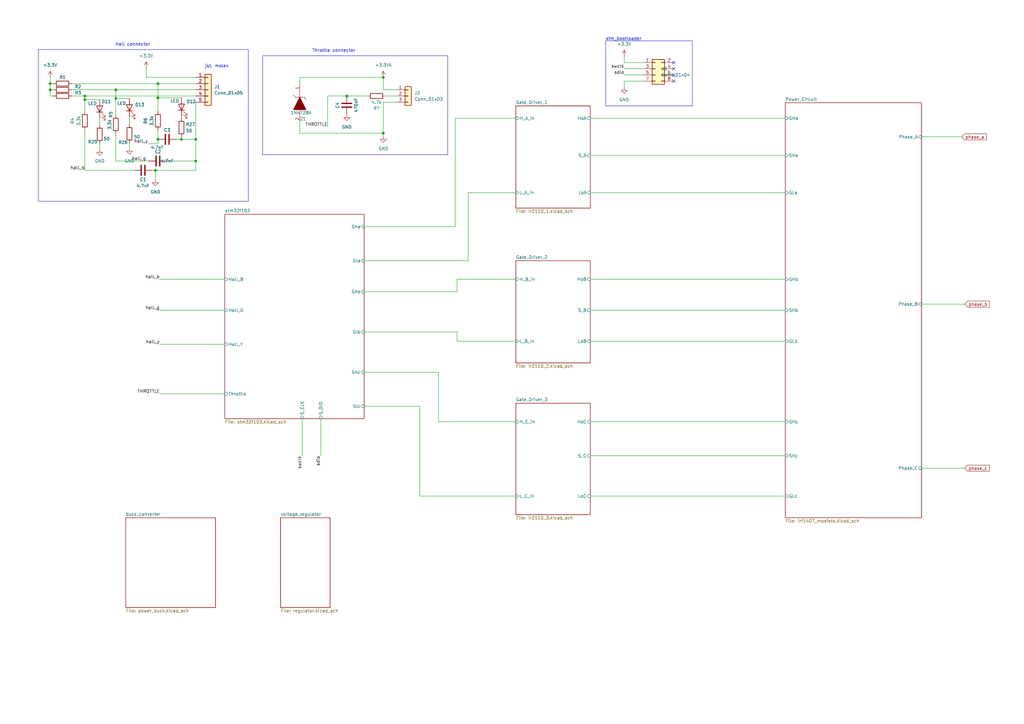
<source format=kicad_sch>
(kicad_sch (version 20230121) (generator eeschema)

  (uuid 3c3ae94a-eb39-4fa8-93aa-1a47bef57ada)

  (paper "A3")

  (lib_symbols
    (symbol "Connector_Generic:Conn_01x03" (pin_names (offset 1.016) hide) (in_bom yes) (on_board yes)
      (property "Reference" "J" (at 0 5.08 0)
        (effects (font (size 1.27 1.27)))
      )
      (property "Value" "Conn_01x03" (at 0 -5.08 0)
        (effects (font (size 1.27 1.27)))
      )
      (property "Footprint" "" (at 0 0 0)
        (effects (font (size 1.27 1.27)) hide)
      )
      (property "Datasheet" "~" (at 0 0 0)
        (effects (font (size 1.27 1.27)) hide)
      )
      (property "ki_keywords" "connector" (at 0 0 0)
        (effects (font (size 1.27 1.27)) hide)
      )
      (property "ki_description" "Generic connector, single row, 01x03, script generated (kicad-library-utils/schlib/autogen/connector/)" (at 0 0 0)
        (effects (font (size 1.27 1.27)) hide)
      )
      (property "ki_fp_filters" "Connector*:*_1x??_*" (at 0 0 0)
        (effects (font (size 1.27 1.27)) hide)
      )
      (symbol "Conn_01x03_1_1"
        (rectangle (start -1.27 -2.413) (end 0 -2.667)
          (stroke (width 0.1524) (type default))
          (fill (type none))
        )
        (rectangle (start -1.27 0.127) (end 0 -0.127)
          (stroke (width 0.1524) (type default))
          (fill (type none))
        )
        (rectangle (start -1.27 2.667) (end 0 2.413)
          (stroke (width 0.1524) (type default))
          (fill (type none))
        )
        (rectangle (start -1.27 3.81) (end 1.27 -3.81)
          (stroke (width 0.254) (type default))
          (fill (type background))
        )
        (pin passive line (at -5.08 2.54 0) (length 3.81)
          (name "Pin_1" (effects (font (size 1.27 1.27))))
          (number "1" (effects (font (size 1.27 1.27))))
        )
        (pin passive line (at -5.08 0 0) (length 3.81)
          (name "Pin_2" (effects (font (size 1.27 1.27))))
          (number "2" (effects (font (size 1.27 1.27))))
        )
        (pin passive line (at -5.08 -2.54 0) (length 3.81)
          (name "Pin_3" (effects (font (size 1.27 1.27))))
          (number "3" (effects (font (size 1.27 1.27))))
        )
      )
    )
    (symbol "Connector_Generic:Conn_01x05" (pin_names (offset 1.016) hide) (in_bom yes) (on_board yes)
      (property "Reference" "J" (at 0 7.62 0)
        (effects (font (size 1.27 1.27)))
      )
      (property "Value" "Conn_01x05" (at 0 -7.62 0)
        (effects (font (size 1.27 1.27)))
      )
      (property "Footprint" "" (at 0 0 0)
        (effects (font (size 1.27 1.27)) hide)
      )
      (property "Datasheet" "~" (at 0 0 0)
        (effects (font (size 1.27 1.27)) hide)
      )
      (property "ki_keywords" "connector" (at 0 0 0)
        (effects (font (size 1.27 1.27)) hide)
      )
      (property "ki_description" "Generic connector, single row, 01x05, script generated (kicad-library-utils/schlib/autogen/connector/)" (at 0 0 0)
        (effects (font (size 1.27 1.27)) hide)
      )
      (property "ki_fp_filters" "Connector*:*_1x??_*" (at 0 0 0)
        (effects (font (size 1.27 1.27)) hide)
      )
      (symbol "Conn_01x05_1_1"
        (rectangle (start -1.27 -4.953) (end 0 -5.207)
          (stroke (width 0.1524) (type default))
          (fill (type none))
        )
        (rectangle (start -1.27 -2.413) (end 0 -2.667)
          (stroke (width 0.1524) (type default))
          (fill (type none))
        )
        (rectangle (start -1.27 0.127) (end 0 -0.127)
          (stroke (width 0.1524) (type default))
          (fill (type none))
        )
        (rectangle (start -1.27 2.667) (end 0 2.413)
          (stroke (width 0.1524) (type default))
          (fill (type none))
        )
        (rectangle (start -1.27 5.207) (end 0 4.953)
          (stroke (width 0.1524) (type default))
          (fill (type none))
        )
        (rectangle (start -1.27 6.35) (end 1.27 -6.35)
          (stroke (width 0.254) (type default))
          (fill (type background))
        )
        (pin passive line (at -5.08 5.08 0) (length 3.81)
          (name "Pin_1" (effects (font (size 1.27 1.27))))
          (number "1" (effects (font (size 1.27 1.27))))
        )
        (pin passive line (at -5.08 2.54 0) (length 3.81)
          (name "Pin_2" (effects (font (size 1.27 1.27))))
          (number "2" (effects (font (size 1.27 1.27))))
        )
        (pin passive line (at -5.08 0 0) (length 3.81)
          (name "Pin_3" (effects (font (size 1.27 1.27))))
          (number "3" (effects (font (size 1.27 1.27))))
        )
        (pin passive line (at -5.08 -2.54 0) (length 3.81)
          (name "Pin_4" (effects (font (size 1.27 1.27))))
          (number "4" (effects (font (size 1.27 1.27))))
        )
        (pin passive line (at -5.08 -5.08 0) (length 3.81)
          (name "Pin_5" (effects (font (size 1.27 1.27))))
          (number "5" (effects (font (size 1.27 1.27))))
        )
      )
    )
    (symbol "Connector_Generic:Conn_02x04_Odd_Even" (pin_names (offset 1.016) hide) (in_bom yes) (on_board yes)
      (property "Reference" "J" (at 1.27 5.08 0)
        (effects (font (size 1.27 1.27)))
      )
      (property "Value" "Conn_02x04_Odd_Even" (at 1.27 -7.62 0)
        (effects (font (size 1.27 1.27)))
      )
      (property "Footprint" "" (at 0 0 0)
        (effects (font (size 1.27 1.27)) hide)
      )
      (property "Datasheet" "~" (at 0 0 0)
        (effects (font (size 1.27 1.27)) hide)
      )
      (property "ki_keywords" "connector" (at 0 0 0)
        (effects (font (size 1.27 1.27)) hide)
      )
      (property "ki_description" "Generic connector, double row, 02x04, odd/even pin numbering scheme (row 1 odd numbers, row 2 even numbers), script generated (kicad-library-utils/schlib/autogen/connector/)" (at 0 0 0)
        (effects (font (size 1.27 1.27)) hide)
      )
      (property "ki_fp_filters" "Connector*:*_2x??_*" (at 0 0 0)
        (effects (font (size 1.27 1.27)) hide)
      )
      (symbol "Conn_02x04_Odd_Even_1_1"
        (rectangle (start -1.27 -4.953) (end 0 -5.207)
          (stroke (width 0.1524) (type default))
          (fill (type none))
        )
        (rectangle (start -1.27 -2.413) (end 0 -2.667)
          (stroke (width 0.1524) (type default))
          (fill (type none))
        )
        (rectangle (start -1.27 0.127) (end 0 -0.127)
          (stroke (width 0.1524) (type default))
          (fill (type none))
        )
        (rectangle (start -1.27 2.667) (end 0 2.413)
          (stroke (width 0.1524) (type default))
          (fill (type none))
        )
        (rectangle (start -1.27 3.81) (end 3.81 -6.35)
          (stroke (width 0.254) (type default))
          (fill (type background))
        )
        (rectangle (start 3.81 -4.953) (end 2.54 -5.207)
          (stroke (width 0.1524) (type default))
          (fill (type none))
        )
        (rectangle (start 3.81 -2.413) (end 2.54 -2.667)
          (stroke (width 0.1524) (type default))
          (fill (type none))
        )
        (rectangle (start 3.81 0.127) (end 2.54 -0.127)
          (stroke (width 0.1524) (type default))
          (fill (type none))
        )
        (rectangle (start 3.81 2.667) (end 2.54 2.413)
          (stroke (width 0.1524) (type default))
          (fill (type none))
        )
        (pin passive line (at -5.08 2.54 0) (length 3.81)
          (name "Pin_1" (effects (font (size 1.27 1.27))))
          (number "1" (effects (font (size 1.27 1.27))))
        )
        (pin passive line (at 7.62 2.54 180) (length 3.81)
          (name "Pin_2" (effects (font (size 1.27 1.27))))
          (number "2" (effects (font (size 1.27 1.27))))
        )
        (pin passive line (at -5.08 0 0) (length 3.81)
          (name "Pin_3" (effects (font (size 1.27 1.27))))
          (number "3" (effects (font (size 1.27 1.27))))
        )
        (pin passive line (at 7.62 0 180) (length 3.81)
          (name "Pin_4" (effects (font (size 1.27 1.27))))
          (number "4" (effects (font (size 1.27 1.27))))
        )
        (pin passive line (at -5.08 -2.54 0) (length 3.81)
          (name "Pin_5" (effects (font (size 1.27 1.27))))
          (number "5" (effects (font (size 1.27 1.27))))
        )
        (pin passive line (at 7.62 -2.54 180) (length 3.81)
          (name "Pin_6" (effects (font (size 1.27 1.27))))
          (number "6" (effects (font (size 1.27 1.27))))
        )
        (pin passive line (at -5.08 -5.08 0) (length 3.81)
          (name "Pin_7" (effects (font (size 1.27 1.27))))
          (number "7" (effects (font (size 1.27 1.27))))
        )
        (pin passive line (at 7.62 -5.08 180) (length 3.81)
          (name "Pin_8" (effects (font (size 1.27 1.27))))
          (number "8" (effects (font (size 1.27 1.27))))
        )
      )
    )
    (symbol "Device:C" (pin_numbers hide) (pin_names (offset 0.254)) (in_bom yes) (on_board yes)
      (property "Reference" "C" (at 0.635 2.54 0)
        (effects (font (size 1.27 1.27)) (justify left))
      )
      (property "Value" "C" (at 0.635 -2.54 0)
        (effects (font (size 1.27 1.27)) (justify left))
      )
      (property "Footprint" "" (at 0.9652 -3.81 0)
        (effects (font (size 1.27 1.27)) hide)
      )
      (property "Datasheet" "~" (at 0 0 0)
        (effects (font (size 1.27 1.27)) hide)
      )
      (property "ki_keywords" "cap capacitor" (at 0 0 0)
        (effects (font (size 1.27 1.27)) hide)
      )
      (property "ki_description" "Unpolarized capacitor" (at 0 0 0)
        (effects (font (size 1.27 1.27)) hide)
      )
      (property "ki_fp_filters" "C_*" (at 0 0 0)
        (effects (font (size 1.27 1.27)) hide)
      )
      (symbol "C_0_1"
        (polyline
          (pts
            (xy -2.032 -0.762)
            (xy 2.032 -0.762)
          )
          (stroke (width 0.508) (type default))
          (fill (type none))
        )
        (polyline
          (pts
            (xy -2.032 0.762)
            (xy 2.032 0.762)
          )
          (stroke (width 0.508) (type default))
          (fill (type none))
        )
      )
      (symbol "C_1_1"
        (pin passive line (at 0 3.81 270) (length 2.794)
          (name "~" (effects (font (size 1.27 1.27))))
          (number "1" (effects (font (size 1.27 1.27))))
        )
        (pin passive line (at 0 -3.81 90) (length 2.794)
          (name "~" (effects (font (size 1.27 1.27))))
          (number "2" (effects (font (size 1.27 1.27))))
        )
      )
    )
    (symbol "Device:LED" (pin_numbers hide) (pin_names (offset 1.016) hide) (in_bom yes) (on_board yes)
      (property "Reference" "D" (at 0 2.54 0)
        (effects (font (size 1.27 1.27)))
      )
      (property "Value" "LED" (at 0 -2.54 0)
        (effects (font (size 1.27 1.27)))
      )
      (property "Footprint" "" (at 0 0 0)
        (effects (font (size 1.27 1.27)) hide)
      )
      (property "Datasheet" "~" (at 0 0 0)
        (effects (font (size 1.27 1.27)) hide)
      )
      (property "ki_keywords" "LED diode" (at 0 0 0)
        (effects (font (size 1.27 1.27)) hide)
      )
      (property "ki_description" "Light emitting diode" (at 0 0 0)
        (effects (font (size 1.27 1.27)) hide)
      )
      (property "ki_fp_filters" "LED* LED_SMD:* LED_THT:*" (at 0 0 0)
        (effects (font (size 1.27 1.27)) hide)
      )
      (symbol "LED_0_1"
        (polyline
          (pts
            (xy -1.27 -1.27)
            (xy -1.27 1.27)
          )
          (stroke (width 0.254) (type default))
          (fill (type none))
        )
        (polyline
          (pts
            (xy -1.27 0)
            (xy 1.27 0)
          )
          (stroke (width 0) (type default))
          (fill (type none))
        )
        (polyline
          (pts
            (xy 1.27 -1.27)
            (xy 1.27 1.27)
            (xy -1.27 0)
            (xy 1.27 -1.27)
          )
          (stroke (width 0.254) (type default))
          (fill (type none))
        )
        (polyline
          (pts
            (xy -3.048 -0.762)
            (xy -4.572 -2.286)
            (xy -3.81 -2.286)
            (xy -4.572 -2.286)
            (xy -4.572 -1.524)
          )
          (stroke (width 0) (type default))
          (fill (type none))
        )
        (polyline
          (pts
            (xy -1.778 -0.762)
            (xy -3.302 -2.286)
            (xy -2.54 -2.286)
            (xy -3.302 -2.286)
            (xy -3.302 -1.524)
          )
          (stroke (width 0) (type default))
          (fill (type none))
        )
      )
      (symbol "LED_1_1"
        (pin passive line (at -3.81 0 0) (length 2.54)
          (name "K" (effects (font (size 1.27 1.27))))
          (number "1" (effects (font (size 1.27 1.27))))
        )
        (pin passive line (at 3.81 0 180) (length 2.54)
          (name "A" (effects (font (size 1.27 1.27))))
          (number "2" (effects (font (size 1.27 1.27))))
        )
      )
    )
    (symbol "Device:R" (pin_numbers hide) (pin_names (offset 0)) (in_bom yes) (on_board yes)
      (property "Reference" "R" (at 2.032 0 90)
        (effects (font (size 1.27 1.27)))
      )
      (property "Value" "R" (at 0 0 90)
        (effects (font (size 1.27 1.27)))
      )
      (property "Footprint" "" (at -1.778 0 90)
        (effects (font (size 1.27 1.27)) hide)
      )
      (property "Datasheet" "~" (at 0 0 0)
        (effects (font (size 1.27 1.27)) hide)
      )
      (property "ki_keywords" "R res resistor" (at 0 0 0)
        (effects (font (size 1.27 1.27)) hide)
      )
      (property "ki_description" "Resistor" (at 0 0 0)
        (effects (font (size 1.27 1.27)) hide)
      )
      (property "ki_fp_filters" "R_*" (at 0 0 0)
        (effects (font (size 1.27 1.27)) hide)
      )
      (symbol "R_0_1"
        (rectangle (start -1.016 -2.54) (end 1.016 2.54)
          (stroke (width 0.254) (type default))
          (fill (type none))
        )
      )
      (symbol "R_1_1"
        (pin passive line (at 0 3.81 270) (length 1.27)
          (name "~" (effects (font (size 1.27 1.27))))
          (number "1" (effects (font (size 1.27 1.27))))
        )
        (pin passive line (at 0 -3.81 90) (length 1.27)
          (name "~" (effects (font (size 1.27 1.27))))
          (number "2" (effects (font (size 1.27 1.27))))
        )
      )
    )
    (symbol "SamacSys_Parts:1N4728A" (pin_names (offset 0.762)) (in_bom yes) (on_board yes)
      (property "Reference" "Z" (at 10.16 8.89 0)
        (effects (font (size 1.27 1.27)) (justify left))
      )
      (property "Value" "1N4728A" (at 10.16 6.35 0)
        (effects (font (size 1.27 1.27)) (justify left))
      )
      (property "Footprint" "DIOAD1413W86L463D238" (at 10.16 3.81 0)
        (effects (font (size 1.27 1.27)) (justify left) hide)
      )
      (property "Datasheet" "https://www.onsemi.com/pdf/datasheet/1n4736at-d.pdf" (at 10.16 1.27 0)
        (effects (font (size 1.27 1.27)) (justify left) hide)
      )
      (property "Description" "Zener Diodes 3.3V 1W ZENER 5%" (at 10.16 -1.27 0)
        (effects (font (size 1.27 1.27)) (justify left) hide)
      )
      (property "Height" "" (at 10.16 -3.81 0)
        (effects (font (size 1.27 1.27)) (justify left) hide)
      )
      (property "Manufacturer_Name" "onsemi" (at 10.16 -6.35 0)
        (effects (font (size 1.27 1.27)) (justify left) hide)
      )
      (property "Manufacturer_Part_Number" "1N4728A" (at 10.16 -8.89 0)
        (effects (font (size 1.27 1.27)) (justify left) hide)
      )
      (property "Mouser Part Number" "512-1N4728A" (at 10.16 -11.43 0)
        (effects (font (size 1.27 1.27)) (justify left) hide)
      )
      (property "Mouser Price/Stock" "https://www.mouser.co.uk/ProductDetail/onsemi-Fairchild/1N4728A?qs=SSucg2PyLi7orktZ3y7vHw%3D%3D" (at 10.16 -13.97 0)
        (effects (font (size 1.27 1.27)) (justify left) hide)
      )
      (property "Arrow Part Number" "1N4728A" (at 10.16 -16.51 0)
        (effects (font (size 1.27 1.27)) (justify left) hide)
      )
      (property "Arrow Price/Stock" "https://www.arrow.com/en/products/1n4728a/on-semiconductor" (at 10.16 -19.05 0)
        (effects (font (size 1.27 1.27)) (justify left) hide)
      )
      (property "ki_description" "Zener Diodes 3.3V 1W ZENER 5%" (at 0 0 0)
        (effects (font (size 1.27 1.27)) hide)
      )
      (symbol "1N4728A_0_0"
        (pin passive line (at 0 0 0) (length 2.54)
          (name "~" (effects (font (size 1.27 1.27))))
          (number "1" (effects (font (size 1.27 1.27))))
        )
        (pin passive line (at 15.24 0 180) (length 2.54)
          (name "~" (effects (font (size 1.27 1.27))))
          (number "2" (effects (font (size 1.27 1.27))))
        )
      )
      (symbol "1N4728A_0_1"
        (polyline
          (pts
            (xy 2.54 0)
            (xy 5.08 0)
          )
          (stroke (width 0.1524) (type solid))
          (fill (type none))
        )
        (polyline
          (pts
            (xy 4.064 -2.54)
            (xy 5.08 -2.032)
          )
          (stroke (width 0.1524) (type solid))
          (fill (type none))
        )
        (polyline
          (pts
            (xy 5.08 2.032)
            (xy 5.08 -2.032)
          )
          (stroke (width 0.1524) (type solid))
          (fill (type none))
        )
        (polyline
          (pts
            (xy 5.08 2.032)
            (xy 6.096 2.54)
          )
          (stroke (width 0.1524) (type solid))
          (fill (type none))
        )
        (polyline
          (pts
            (xy 12.7 0)
            (xy 10.16 0)
          )
          (stroke (width 0.1524) (type solid))
          (fill (type none))
        )
        (polyline
          (pts
            (xy 5.08 0)
            (xy 10.16 2.54)
            (xy 10.16 -2.54)
            (xy 5.08 0)
          )
          (stroke (width 0.254) (type solid))
          (fill (type outline))
        )
      )
    )
    (symbol "power:+3.3V" (power) (pin_names (offset 0)) (in_bom yes) (on_board yes)
      (property "Reference" "#PWR" (at 0 -3.81 0)
        (effects (font (size 1.27 1.27)) hide)
      )
      (property "Value" "+3.3V" (at 0 3.556 0)
        (effects (font (size 1.27 1.27)))
      )
      (property "Footprint" "" (at 0 0 0)
        (effects (font (size 1.27 1.27)) hide)
      )
      (property "Datasheet" "" (at 0 0 0)
        (effects (font (size 1.27 1.27)) hide)
      )
      (property "ki_keywords" "global power" (at 0 0 0)
        (effects (font (size 1.27 1.27)) hide)
      )
      (property "ki_description" "Power symbol creates a global label with name \"+3.3V\"" (at 0 0 0)
        (effects (font (size 1.27 1.27)) hide)
      )
      (symbol "+3.3V_0_1"
        (polyline
          (pts
            (xy -0.762 1.27)
            (xy 0 2.54)
          )
          (stroke (width 0) (type default))
          (fill (type none))
        )
        (polyline
          (pts
            (xy 0 0)
            (xy 0 2.54)
          )
          (stroke (width 0) (type default))
          (fill (type none))
        )
        (polyline
          (pts
            (xy 0 2.54)
            (xy 0.762 1.27)
          )
          (stroke (width 0) (type default))
          (fill (type none))
        )
      )
      (symbol "+3.3V_1_1"
        (pin power_in line (at 0 0 90) (length 0) hide
          (name "+3.3V" (effects (font (size 1.27 1.27))))
          (number "1" (effects (font (size 1.27 1.27))))
        )
      )
    )
    (symbol "power:+3.3VA" (power) (pin_names (offset 0)) (in_bom yes) (on_board yes)
      (property "Reference" "#PWR" (at 0 -3.81 0)
        (effects (font (size 1.27 1.27)) hide)
      )
      (property "Value" "+3.3VA" (at 0 3.556 0)
        (effects (font (size 1.27 1.27)))
      )
      (property "Footprint" "" (at 0 0 0)
        (effects (font (size 1.27 1.27)) hide)
      )
      (property "Datasheet" "" (at 0 0 0)
        (effects (font (size 1.27 1.27)) hide)
      )
      (property "ki_keywords" "global power" (at 0 0 0)
        (effects (font (size 1.27 1.27)) hide)
      )
      (property "ki_description" "Power symbol creates a global label with name \"+3.3VA\"" (at 0 0 0)
        (effects (font (size 1.27 1.27)) hide)
      )
      (symbol "+3.3VA_0_1"
        (polyline
          (pts
            (xy -0.762 1.27)
            (xy 0 2.54)
          )
          (stroke (width 0) (type default))
          (fill (type none))
        )
        (polyline
          (pts
            (xy 0 0)
            (xy 0 2.54)
          )
          (stroke (width 0) (type default))
          (fill (type none))
        )
        (polyline
          (pts
            (xy 0 2.54)
            (xy 0.762 1.27)
          )
          (stroke (width 0) (type default))
          (fill (type none))
        )
      )
      (symbol "+3.3VA_1_1"
        (pin power_in line (at 0 0 90) (length 0) hide
          (name "+3.3VA" (effects (font (size 1.27 1.27))))
          (number "1" (effects (font (size 1.27 1.27))))
        )
      )
    )
    (symbol "power:GND" (power) (pin_names (offset 0)) (in_bom yes) (on_board yes)
      (property "Reference" "#PWR" (at 0 -6.35 0)
        (effects (font (size 1.27 1.27)) hide)
      )
      (property "Value" "GND" (at 0 -3.81 0)
        (effects (font (size 1.27 1.27)))
      )
      (property "Footprint" "" (at 0 0 0)
        (effects (font (size 1.27 1.27)) hide)
      )
      (property "Datasheet" "" (at 0 0 0)
        (effects (font (size 1.27 1.27)) hide)
      )
      (property "ki_keywords" "global power" (at 0 0 0)
        (effects (font (size 1.27 1.27)) hide)
      )
      (property "ki_description" "Power symbol creates a global label with name \"GND\" , ground" (at 0 0 0)
        (effects (font (size 1.27 1.27)) hide)
      )
      (symbol "GND_0_1"
        (polyline
          (pts
            (xy 0 0)
            (xy 0 -1.27)
            (xy 1.27 -1.27)
            (xy 0 -2.54)
            (xy -1.27 -1.27)
            (xy 0 -1.27)
          )
          (stroke (width 0) (type default))
          (fill (type none))
        )
      )
      (symbol "GND_1_1"
        (pin power_in line (at 0 0 270) (length 0) hide
          (name "GND" (effects (font (size 1.27 1.27))))
          (number "1" (effects (font (size 1.27 1.27))))
        )
      )
    )
  )

  (junction (at 34.798 39.37) (diameter 0) (color 0 0 0 0)
    (uuid 25ed5466-4eb0-4dd8-98b8-847fe59d4a4b)
  )
  (junction (at 142.24 39.37) (diameter 0) (color 0 0 0 0)
    (uuid 308c2e93-be54-4990-b37b-61c3f9998d44)
  )
  (junction (at 64.77 40.132) (diameter 0) (color 0 0 0 0)
    (uuid 4111f388-3c57-4392-8b97-e88417a5e97d)
  )
  (junction (at 20.574 36.83) (diameter 0) (color 0 0 0 0)
    (uuid 433ed622-3cfd-487a-9bd6-11a951166e63)
  )
  (junction (at 74.422 57.15) (diameter 0) (color 0 0 0 0)
    (uuid 4738fbb9-ab9b-43fb-be3e-9a5aa8db20b1)
  )
  (junction (at 20.574 34.29) (diameter 0) (color 0 0 0 0)
    (uuid 63b92e8a-0b3b-48e2-ab7b-93ec7cabe821)
  )
  (junction (at 64.77 57.15) (diameter 0) (color 0 0 0 0)
    (uuid 67296c3f-324a-436d-87f4-f1ad7c54d5ac)
  )
  (junction (at 63.754 69.85) (diameter 0) (color 0 0 0 0)
    (uuid 6e98b59c-0986-49e5-915e-146c5ba5c8ae)
  )
  (junction (at 80.264 66.04) (diameter 0) (color 0 0 0 0)
    (uuid 844f584c-3c58-4516-bec7-c7adfa3863db)
  )
  (junction (at 34.798 40.894) (diameter 0) (color 0 0 0 0)
    (uuid 93eba0b1-040f-4631-9702-701ea07c3ec9)
  )
  (junction (at 80.264 57.15) (diameter 0) (color 0 0 0 0)
    (uuid 9529f4f5-99df-4666-b40d-6a8b2b96862e)
  )
  (junction (at 47.498 36.83) (diameter 0) (color 0 0 0 0)
    (uuid adb102a4-c79e-409c-91e5-86d2b5c074b7)
  )
  (junction (at 47.498 40.386) (diameter 0) (color 0 0 0 0)
    (uuid b59643c4-80c1-4cd9-b6ab-7d1caec7e3bb)
  )
  (junction (at 64.77 34.29) (diameter 0) (color 0 0 0 0)
    (uuid bc70f679-9fee-4c39-bfc3-850fd24152f4)
  )
  (junction (at 157.226 54.61) (diameter 0) (color 0 0 0 0)
    (uuid c9f7232f-203d-49cf-b36e-f50bfc3b7d45)
  )
  (junction (at 157.226 31.75) (diameter 0) (color 0 0 0 0)
    (uuid f291ea04-915d-41a8-a068-cef924d439e0)
  )

  (no_connect (at 276.352 25.654) (uuid 513de00b-39c3-4a18-ba89-9b5e9da474f2))
  (no_connect (at 276.352 33.274) (uuid 56ec2a73-9257-4c7d-899a-ed6fedc828cc))
  (no_connect (at 276.352 28.194) (uuid 5836976a-7b1f-4e47-bc0d-a5a746bc4588))
  (no_connect (at 276.352 30.734) (uuid 5b1a5cfe-5a6a-4dfb-9d20-6c7f5e63df0d))

  (wire (pts (xy 242.062 78.994) (xy 322.072 78.994))
    (stroke (width 0) (type default))
    (uuid 02291879-44ed-4614-94d6-a14d6a3bb497)
  )
  (wire (pts (xy 53.086 58.674) (xy 53.086 60.706))
    (stroke (width 0) (type default))
    (uuid 04620b88-4e1d-45e0-8e63-559e33f98ec5)
  )
  (wire (pts (xy 34.798 69.85) (xy 54.864 69.85))
    (stroke (width 0) (type default))
    (uuid 089f8032-bc86-4560-b6c0-751dbb69e119)
  )
  (wire (pts (xy 65.532 161.544) (xy 92.202 161.544))
    (stroke (width 0) (type default))
    (uuid 0b5841d0-0133-4df3-9bc3-3905b4bc4f37)
  )
  (wire (pts (xy 34.798 39.37) (xy 34.798 40.894))
    (stroke (width 0) (type default))
    (uuid 0b7c824b-9371-4525-add1-1edfad12819e)
  )
  (wire (pts (xy 20.574 36.83) (xy 20.574 34.29))
    (stroke (width 0) (type default))
    (uuid 0bce369a-8e37-4338-addf-b83218609ee3)
  )
  (wire (pts (xy 80.264 57.15) (xy 80.264 66.04))
    (stroke (width 0) (type default))
    (uuid 0c0a52bf-aa57-48e7-a99e-fbe54867a0c8)
  )
  (wire (pts (xy 53.086 51.054) (xy 53.086 48.006))
    (stroke (width 0) (type default))
    (uuid 166e64c9-9be0-4ecd-a338-a010f877245d)
  )
  (wire (pts (xy 63.754 69.85) (xy 63.754 73.66))
    (stroke (width 0) (type default))
    (uuid 16b05c8c-aac9-4822-90d6-cf4fad8d53c3)
  )
  (wire (pts (xy 377.952 192.024) (xy 395.732 192.024))
    (stroke (width 0) (type default))
    (uuid 1ab5f102-8912-4686-a79f-570135849a82)
  )
  (wire (pts (xy 47.498 36.83) (xy 80.264 36.83))
    (stroke (width 0) (type default))
    (uuid 1d770414-4c2b-4ab2-9dd7-b3c095f62b52)
  )
  (wire (pts (xy 162.306 41.91) (xy 157.226 41.91))
    (stroke (width 0) (type default))
    (uuid 234a6faa-710e-4d82-ade3-f52a95ff3916)
  )
  (wire (pts (xy 187.452 119.634) (xy 187.452 114.554))
    (stroke (width 0) (type default))
    (uuid 2415893b-202f-4cba-8cf5-e0039b84530a)
  )
  (wire (pts (xy 134.366 52.07) (xy 134.366 39.37))
    (stroke (width 0) (type default))
    (uuid 25b113d8-a145-43fb-8546-4a4ea1cc71df)
  )
  (wire (pts (xy 157.226 54.61) (xy 157.226 55.88))
    (stroke (width 0) (type default))
    (uuid 2dd6cbc9-b500-4ca0-8240-90cbba8d345d)
  )
  (wire (pts (xy 80.264 41.91) (xy 80.264 57.15))
    (stroke (width 0) (type default))
    (uuid 306567dd-cb60-4909-9a90-0cee367f63bd)
  )
  (wire (pts (xy 242.062 172.974) (xy 322.072 172.974))
    (stroke (width 0) (type default))
    (uuid 335e5bc0-89c4-4830-8535-decba99b4ae3)
  )
  (wire (pts (xy 21.844 39.37) (xy 20.574 39.37))
    (stroke (width 0) (type default))
    (uuid 354763d9-6dcd-4578-97ae-bfbcf2f8d5b4)
  )
  (wire (pts (xy 29.464 34.29) (xy 64.77 34.29))
    (stroke (width 0) (type default))
    (uuid 39a7add7-2304-4b75-b123-406aaa3f95a0)
  )
  (wire (pts (xy 377.952 56.134) (xy 394.462 56.134))
    (stroke (width 0) (type default))
    (uuid 39ba4890-75ed-4b68-99fe-a51337e13c36)
  )
  (wire (pts (xy 149.352 119.634) (xy 187.452 119.634))
    (stroke (width 0) (type default))
    (uuid 3a936c7b-6c8e-427b-aeee-e0ea0e5c9bc8)
  )
  (wire (pts (xy 192.024 78.994) (xy 211.582 78.994))
    (stroke (width 0) (type default))
    (uuid 3b361074-95e4-4012-b0d2-c583bf378677)
  )
  (wire (pts (xy 149.352 152.654) (xy 179.832 152.654))
    (stroke (width 0) (type default))
    (uuid 3eed9a26-4a26-4df2-b767-70be6a877a6d)
  )
  (wire (pts (xy 377.952 124.714) (xy 395.732 124.714))
    (stroke (width 0) (type default))
    (uuid 44ef83f4-648a-4a46-9f60-54ad34cd3cc9)
  )
  (wire (pts (xy 186.69 92.964) (xy 186.69 48.514))
    (stroke (width 0) (type default))
    (uuid 4869b56d-1306-4fa4-9303-e8f776b4e0bf)
  )
  (wire (pts (xy 263.652 25.654) (xy 256.032 25.654))
    (stroke (width 0) (type default))
    (uuid 49787b73-7648-41a2-b929-30619b600970)
  )
  (wire (pts (xy 65.532 141.224) (xy 92.202 141.224))
    (stroke (width 0) (type default))
    (uuid 510d8c5b-5468-4785-9a9d-14e7a3b1dc20)
  )
  (wire (pts (xy 256.032 25.654) (xy 256.032 23.114))
    (stroke (width 0) (type default))
    (uuid 5240be92-e36d-443d-a078-f6aa1a709c72)
  )
  (wire (pts (xy 21.844 34.29) (xy 20.574 34.29))
    (stroke (width 0) (type default))
    (uuid 5281a0ba-3cbf-4ce7-9180-a24828856a3c)
  )
  (wire (pts (xy 64.77 58.928) (xy 64.77 57.15))
    (stroke (width 0) (type default))
    (uuid 55a769a6-596e-4ffe-a40e-ec63e06354c3)
  )
  (wire (pts (xy 179.832 172.974) (xy 211.582 172.974))
    (stroke (width 0) (type default))
    (uuid 56044a3e-6125-4d29-bc21-661ff97ab9ce)
  )
  (wire (pts (xy 123.952 171.704) (xy 123.952 186.944))
    (stroke (width 0) (type default))
    (uuid 5c91b13a-d19e-4f97-a21a-1f9c2b5d4d3a)
  )
  (wire (pts (xy 157.226 41.91) (xy 157.226 54.61))
    (stroke (width 0) (type default))
    (uuid 5f98c01e-77e6-4ff2-a2d4-ace480bd5fd7)
  )
  (wire (pts (xy 256.032 33.274) (xy 256.032 35.814))
    (stroke (width 0) (type default))
    (uuid 609fad34-67a4-4608-b4a7-fc0340e676d7)
  )
  (wire (pts (xy 74.422 57.15) (xy 80.264 57.15))
    (stroke (width 0) (type default))
    (uuid 654fa94a-7455-4cc3-ae2f-20a522c7a74b)
  )
  (wire (pts (xy 60.706 58.928) (xy 64.77 58.928))
    (stroke (width 0) (type default))
    (uuid 681decfe-f467-44e8-81ba-5bdbe4eaf870)
  )
  (wire (pts (xy 80.264 31.75) (xy 59.944 31.75))
    (stroke (width 0) (type default))
    (uuid 69bfad0e-fb3f-498e-9485-b979325fc12b)
  )
  (wire (pts (xy 149.352 136.144) (xy 187.452 136.144))
    (stroke (width 0) (type default))
    (uuid 69df71ab-92ca-4a74-ba9f-f305f73fd81a)
  )
  (wire (pts (xy 122.936 54.61) (xy 157.226 54.61))
    (stroke (width 0) (type default))
    (uuid 6e6e1508-369b-485a-9c64-de68431682d7)
  )
  (wire (pts (xy 172.212 203.454) (xy 211.582 203.454))
    (stroke (width 0) (type default))
    (uuid 6eb7a06e-6a76-4654-bcde-e3972e5f0781)
  )
  (wire (pts (xy 122.936 31.75) (xy 157.226 31.75))
    (stroke (width 0) (type default))
    (uuid 70726d95-9e45-4e6f-8a57-797c9deed272)
  )
  (wire (pts (xy 187.452 136.144) (xy 187.452 139.954))
    (stroke (width 0) (type default))
    (uuid 76f503d8-4af5-4c9e-b0e9-073272413194)
  )
  (wire (pts (xy 256.032 30.734) (xy 263.652 30.734))
    (stroke (width 0) (type default))
    (uuid 79bfc85c-6835-4d2a-a435-c128d55cf3dc)
  )
  (wire (pts (xy 59.944 31.75) (xy 59.944 27.94))
    (stroke (width 0) (type default))
    (uuid 7b3e2471-a536-4f86-bc16-c956aa914bde)
  )
  (wire (pts (xy 34.798 40.894) (xy 34.798 45.72))
    (stroke (width 0) (type default))
    (uuid 80574321-6ed9-462a-9357-e667cbd859da)
  )
  (wire (pts (xy 34.798 39.37) (xy 80.264 39.37))
    (stroke (width 0) (type default))
    (uuid 81166e43-b0b1-4559-ae26-2efc32fdc587)
  )
  (wire (pts (xy 47.498 40.386) (xy 53.086 40.386))
    (stroke (width 0) (type default))
    (uuid 815dc761-1eb5-4662-bf17-0d4a473e1c9e)
  )
  (wire (pts (xy 242.062 203.454) (xy 322.072 203.454))
    (stroke (width 0) (type default))
    (uuid 82064a74-75c2-46d1-b69e-335bbfc3bf23)
  )
  (wire (pts (xy 68.58 66.04) (xy 80.264 66.04))
    (stroke (width 0) (type default))
    (uuid 83763f24-b1ec-4232-a0b2-e9127926e1c0)
  )
  (wire (pts (xy 80.264 69.85) (xy 63.754 69.85))
    (stroke (width 0) (type default))
    (uuid 83fa078b-65f1-4416-8b82-e14383e46718)
  )
  (wire (pts (xy 47.498 40.386) (xy 47.498 47.244))
    (stroke (width 0) (type default))
    (uuid 86458788-a9cf-459d-813d-bcc5abcc847f)
  )
  (wire (pts (xy 34.798 69.85) (xy 34.798 53.34))
    (stroke (width 0) (type default))
    (uuid 897f2c33-09c4-4f9e-ba2e-e01ec79f2682)
  )
  (wire (pts (xy 65.532 114.554) (xy 92.202 114.554))
    (stroke (width 0) (type default))
    (uuid 8b433a4e-0fc0-480e-921c-2452fc2258b4)
  )
  (wire (pts (xy 21.844 36.83) (xy 20.574 36.83))
    (stroke (width 0) (type default))
    (uuid 8c5f9c70-cf55-483f-90df-a975a85ba823)
  )
  (wire (pts (xy 34.798 40.894) (xy 40.894 40.894))
    (stroke (width 0) (type default))
    (uuid 9031f3ef-7d34-427f-87fc-3c7d2f9997b8)
  )
  (wire (pts (xy 242.062 63.754) (xy 322.072 63.754))
    (stroke (width 0) (type default))
    (uuid 91a1a19d-51e8-4bd6-9b06-e628368f0ba5)
  )
  (wire (pts (xy 242.062 48.514) (xy 322.072 48.514))
    (stroke (width 0) (type default))
    (uuid 9508c685-710d-4d88-b81a-4d77f1af80d6)
  )
  (wire (pts (xy 64.77 40.132) (xy 74.422 40.132))
    (stroke (width 0) (type default))
    (uuid 9bd2027f-5b66-49cb-ae1a-fda250eaa4ca)
  )
  (wire (pts (xy 242.062 139.954) (xy 322.072 139.954))
    (stroke (width 0) (type default))
    (uuid 9dbcfeee-3ef3-4561-aecc-cd23875ac95a)
  )
  (wire (pts (xy 80.264 66.04) (xy 80.264 69.85))
    (stroke (width 0) (type default))
    (uuid 9f387b62-ca6f-45b3-9e6c-91c7873757d9)
  )
  (wire (pts (xy 149.352 166.624) (xy 172.212 166.624))
    (stroke (width 0) (type default))
    (uuid a021f741-86b8-4849-9351-c4d1c3062bf1)
  )
  (wire (pts (xy 40.894 58.928) (xy 40.894 61.214))
    (stroke (width 0) (type default))
    (uuid a194c35a-db78-4cca-8344-1943299445bd)
  )
  (wire (pts (xy 192.024 106.934) (xy 192.024 78.994))
    (stroke (width 0) (type default))
    (uuid a4dc3c75-c51c-4f3c-97f9-1f3853f17019)
  )
  (wire (pts (xy 64.77 34.29) (xy 80.264 34.29))
    (stroke (width 0) (type default))
    (uuid a50c2f47-d908-4337-b2fb-0f2d2aba3fc5)
  )
  (wire (pts (xy 179.832 152.654) (xy 179.832 172.974))
    (stroke (width 0) (type default))
    (uuid a6019995-6ab0-4170-aa85-8ef774602825)
  )
  (wire (pts (xy 20.574 39.37) (xy 20.574 36.83))
    (stroke (width 0) (type default))
    (uuid a922ce98-9222-4715-bfb9-254476eae3a3)
  )
  (wire (pts (xy 29.464 39.37) (xy 34.798 39.37))
    (stroke (width 0) (type default))
    (uuid a94bd351-17a9-4b8d-ba83-fd1bfbe239a9)
  )
  (wire (pts (xy 131.572 171.704) (xy 131.572 186.944))
    (stroke (width 0) (type default))
    (uuid aaeca9fe-2e47-4f12-b365-cc7818af01f7)
  )
  (wire (pts (xy 72.39 57.15) (xy 74.422 57.15))
    (stroke (width 0) (type default))
    (uuid ab9147ad-0293-48cc-9293-61e70671efcb)
  )
  (wire (pts (xy 142.24 39.37) (xy 150.622 39.37))
    (stroke (width 0) (type default))
    (uuid ac55e890-3340-420a-8339-4664903d1cc6)
  )
  (wire (pts (xy 242.062 186.944) (xy 322.072 186.944))
    (stroke (width 0) (type default))
    (uuid b0e5dec6-e2ff-4b49-a653-d8c24639db94)
  )
  (wire (pts (xy 62.484 69.85) (xy 63.754 69.85))
    (stroke (width 0) (type default))
    (uuid b57d83dd-2c32-48da-93d5-382a70f16875)
  )
  (wire (pts (xy 122.936 54.61) (xy 122.936 50.038))
    (stroke (width 0) (type default))
    (uuid b584eff7-2e47-4d4c-aa4d-ee556e065543)
  )
  (wire (pts (xy 65.532 127.254) (xy 92.202 127.254))
    (stroke (width 0) (type default))
    (uuid b5d86b77-b6a8-4e1a-a62c-42c99c3d5356)
  )
  (wire (pts (xy 263.652 33.274) (xy 256.032 33.274))
    (stroke (width 0) (type default))
    (uuid bd27cedc-daa0-43a4-af0f-d269c635c024)
  )
  (wire (pts (xy 149.352 92.964) (xy 186.69 92.964))
    (stroke (width 0) (type default))
    (uuid be16a722-f78a-4e90-ba96-24d85cc17c0d)
  )
  (wire (pts (xy 20.574 34.29) (xy 20.574 31.75))
    (stroke (width 0) (type default))
    (uuid be7878d6-08fb-4d2c-b637-681308cb8cf0)
  )
  (wire (pts (xy 186.69 48.514) (xy 211.582 48.514))
    (stroke (width 0) (type default))
    (uuid bef280c7-88f5-4ddd-9886-719305a55c44)
  )
  (wire (pts (xy 158.242 39.37) (xy 162.306 39.37))
    (stroke (width 0) (type default))
    (uuid bfd0b63c-ab1e-42ee-b718-3001c50f8be8)
  )
  (wire (pts (xy 74.422 47.752) (xy 74.422 48.514))
    (stroke (width 0) (type default))
    (uuid c23e4d32-31c9-4114-bdbb-98867f3fa778)
  )
  (wire (pts (xy 187.452 114.554) (xy 211.582 114.554))
    (stroke (width 0) (type default))
    (uuid c5726fc1-5972-4000-8119-ac274dcfe842)
  )
  (wire (pts (xy 242.062 127.254) (xy 322.072 127.254))
    (stroke (width 0) (type default))
    (uuid c7d55dde-02e7-4fed-bd4c-21f81d78bb8c)
  )
  (wire (pts (xy 187.452 139.954) (xy 211.582 139.954))
    (stroke (width 0) (type default))
    (uuid ca65444c-a678-4cdb-882b-23fc0719660b)
  )
  (wire (pts (xy 64.77 53.34) (xy 64.77 57.15))
    (stroke (width 0) (type default))
    (uuid d1f7d20d-335f-44a4-bd4f-81b94680ccb0)
  )
  (wire (pts (xy 47.498 36.83) (xy 47.498 40.386))
    (stroke (width 0) (type default))
    (uuid d21bdee3-55ae-4f1d-9776-98f6861f1b4e)
  )
  (wire (pts (xy 64.77 34.29) (xy 64.77 40.132))
    (stroke (width 0) (type default))
    (uuid d686d593-480a-4d2e-9f69-7f24cd595b8d)
  )
  (wire (pts (xy 40.894 51.308) (xy 40.894 48.514))
    (stroke (width 0) (type default))
    (uuid da121acd-8ec0-4235-bdae-1d8282d39977)
  )
  (wire (pts (xy 64.77 40.132) (xy 64.77 45.72))
    (stroke (width 0) (type default))
    (uuid dc6d6281-780a-474d-8be3-ada31af9ecd4)
  )
  (wire (pts (xy 149.352 106.934) (xy 192.024 106.934))
    (stroke (width 0) (type default))
    (uuid dd7ce7cb-09de-4216-adcf-2c27b62f2c17)
  )
  (wire (pts (xy 172.212 166.624) (xy 172.212 203.454))
    (stroke (width 0) (type default))
    (uuid df67fe70-3862-466c-9031-cf319cb7d172)
  )
  (wire (pts (xy 47.498 66.04) (xy 47.498 54.864))
    (stroke (width 0) (type default))
    (uuid e793832a-a4fb-4e65-893d-b817cef0709d)
  )
  (wire (pts (xy 74.422 56.134) (xy 74.422 57.15))
    (stroke (width 0) (type default))
    (uuid ed33f175-43dc-4c26-9e80-86ca57f72d1e)
  )
  (wire (pts (xy 157.226 31.75) (xy 157.226 36.83))
    (stroke (width 0) (type default))
    (uuid f0b47427-ce18-4f3f-8a1f-9bb0c0c665f2)
  )
  (wire (pts (xy 134.366 39.37) (xy 142.24 39.37))
    (stroke (width 0) (type default))
    (uuid f1bb3263-1d29-4d69-a858-88ac71703e45)
  )
  (wire (pts (xy 122.936 31.75) (xy 122.936 34.798))
    (stroke (width 0) (type default))
    (uuid f1f2591b-f88f-4cb3-ab7b-d389650f607d)
  )
  (wire (pts (xy 162.306 36.83) (xy 157.226 36.83))
    (stroke (width 0) (type default))
    (uuid f3acd3de-01f2-4625-9239-5422533270bd)
  )
  (wire (pts (xy 256.032 28.194) (xy 263.652 28.194))
    (stroke (width 0) (type default))
    (uuid f8c49549-b9e3-4958-82ac-0936de0ad169)
  )
  (wire (pts (xy 242.062 114.554) (xy 322.072 114.554))
    (stroke (width 0) (type default))
    (uuid f91d66d2-a15c-4ed3-a043-1d646648a1b6)
  )
  (wire (pts (xy 47.498 66.04) (xy 60.96 66.04))
    (stroke (width 0) (type default))
    (uuid f92038db-5e39-4641-8b64-e0209f092d50)
  )
  (wire (pts (xy 29.464 36.83) (xy 47.498 36.83))
    (stroke (width 0) (type default))
    (uuid fea96946-a481-450e-b467-48086ca01831)
  )

  (rectangle (start 248.412 16.764) (end 283.972 43.434)
    (stroke (width 0) (type default))
    (fill (type none))
    (uuid 6a87957e-9dd8-402b-a61f-474bb93a6ab0)
  )
  (rectangle (start 107.696 22.86) (end 183.642 63.5)
    (stroke (width 0) (type default))
    (fill (type none))
    (uuid eb3fad51-5fb8-4a5e-bf6d-81f6d7ef873e)
  )
  (rectangle (start 15.748 20.32) (end 101.854 82.55)
    (stroke (width 0) (type default))
    (fill (type none))
    (uuid fb45e8f6-a545-4a3f-8eb7-5ac410989d58)
  )

  (text "Hall connector\n" (at 47.244 19.05 0)
    (effects (font (size 1.27 1.27)) (justify left bottom))
    (uuid 11e51268-6d8d-46f1-afaa-b906ed0aeb1c)
  )
  (text "Throttle connector\n" (at 128.016 21.59 0)
    (effects (font (size 1.27 1.27)) (justify left bottom))
    (uuid 4e375bf7-2144-4680-99a6-e307fe636639)
  )
  (text "jst, molex" (at 84.074 27.94 0)
    (effects (font (size 1.27 1.27)) (justify left bottom))
    (uuid 5f7c36ed-f15c-41fd-91eb-0630550e3f0f)
  )
  (text "stm_bootloader\n" (at 248.412 16.764 0)
    (effects (font (size 1.27 1.27)) (justify left bottom))
    (uuid 93247765-9e27-4528-ba0c-122e3dc97c44)
  )

  (label "THROTTLE" (at 65.532 161.544 180) (fields_autoplaced)
    (effects (font (size 1.27 1.27)) (justify right bottom))
    (uuid 095d1ec3-00a2-497e-91b9-46d14b015efc)
  )
  (label "hall_y" (at 65.532 141.224 180) (fields_autoplaced)
    (effects (font (size 1.27 1.27)) (justify right bottom))
    (uuid 0cddebc9-e60f-40de-ad8e-d19dfb99ac7b)
  )
  (label "hall_g" (at 59.944 66.04 180) (fields_autoplaced)
    (effects (font (size 1.27 1.27)) (justify right bottom))
    (uuid 2c735e4d-41e1-4b87-a556-bdad41201064)
  )
  (label "hall_g" (at 65.532 127.254 180) (fields_autoplaced)
    (effects (font (size 1.27 1.27)) (justify right bottom))
    (uuid 60c0fbde-f271-4293-9ff2-cbca35e45013)
  )
  (label "sdio" (at 256.032 30.734 180) (fields_autoplaced)
    (effects (font (size 1.27 1.27)) (justify right bottom))
    (uuid 62cf58ee-4816-48e2-aba8-77a4f18935be)
  )
  (label "swclk" (at 256.032 28.194 180) (fields_autoplaced)
    (effects (font (size 1.27 1.27)) (justify right bottom))
    (uuid 672a2077-7e7b-4c7e-83ff-afa10ef1d98f)
  )
  (label "hall_b" (at 65.532 114.554 180) (fields_autoplaced)
    (effects (font (size 1.27 1.27)) (justify right bottom))
    (uuid 79f96476-a120-4b49-a8ab-72957ab10893)
  )
  (label "sdio" (at 131.572 186.944 270) (fields_autoplaced)
    (effects (font (size 1.27 1.27)) (justify right bottom))
    (uuid 9de87d2c-0249-4056-a114-5043261aae07)
  )
  (label "hall_b" (at 34.798 69.85 180) (fields_autoplaced)
    (effects (font (size 1.27 1.27)) (justify right bottom))
    (uuid d7baea48-a46b-4293-98cb-cdf3439e170e)
  )
  (label "THROTTLE" (at 134.366 52.07 180) (fields_autoplaced)
    (effects (font (size 1.27 1.27)) (justify right bottom))
    (uuid e945cc90-c6c0-466d-9055-c654a17cd8bf)
  )
  (label "hall_y" (at 60.706 58.928 180) (fields_autoplaced)
    (effects (font (size 1.27 1.27)) (justify right bottom))
    (uuid ed0ca534-7ea7-462c-b73b-8e210dbb1738)
  )
  (label "swclk" (at 123.952 186.944 270) (fields_autoplaced)
    (effects (font (size 1.27 1.27)) (justify right bottom))
    (uuid f96c2cab-66a4-4620-a54d-cf1d08029a30)
  )

  (global_label "phase_c" (shape input) (at 395.732 192.024 0) (fields_autoplaced)
    (effects (font (size 1.27 1.27)) (justify left))
    (uuid a206b7af-5c24-41d3-b901-1a34660b9bf1)
    (property "Intersheetrefs" "${INTERSHEET_REFS}" (at 406.3371 192.024 0)
      (effects (font (size 1.27 1.27)) (justify left) hide)
    )
  )
  (global_label "phase_a" (shape input) (at 394.462 56.134 0) (fields_autoplaced)
    (effects (font (size 1.27 1.27)) (justify left))
    (uuid b3f1e7a0-3223-4f11-b678-22c577970a8c)
    (property "Intersheetrefs" "${INTERSHEET_REFS}" (at 405.1275 56.134 0)
      (effects (font (size 1.27 1.27)) (justify left) hide)
    )
  )
  (global_label "phase_b" (shape input) (at 395.732 124.714 0) (fields_autoplaced)
    (effects (font (size 1.27 1.27)) (justify left))
    (uuid ceb4b456-70a5-41a6-8cdc-9b4c6dfb9c6d)
    (property "Intersheetrefs" "${INTERSHEET_REFS}" (at 406.3975 124.714 0)
      (effects (font (size 1.27 1.27)) (justify left) hide)
    )
  )

  (symbol (lib_id "power:GND") (at 142.24 46.99 0) (unit 1)
    (in_bom yes) (on_board yes) (dnp no) (fields_autoplaced)
    (uuid 01c88270-c872-4cde-9fbc-e777d168de1f)
    (property "Reference" "#PWR052" (at 142.24 53.34 0)
      (effects (font (size 1.27 1.27)) hide)
    )
    (property "Value" "GND" (at 142.24 52.07 0)
      (effects (font (size 1.27 1.27)))
    )
    (property "Footprint" "" (at 142.24 46.99 0)
      (effects (font (size 1.27 1.27)) hide)
    )
    (property "Datasheet" "" (at 142.24 46.99 0)
      (effects (font (size 1.27 1.27)) hide)
    )
    (pin "1" (uuid 1d13c724-3292-4891-9249-9091ef57bdb6))
    (instances
      (project "ir2110_schematic"
        (path "/12eff5cc-cd10-4544-bdce-879319851b2e"
          (reference "#PWR052") (unit 1)
        )
      )
      (project "controller_full6"
        (path "/3c3ae94a-eb39-4fa8-93aa-1a47bef57ada"
          (reference "#PWR04") (unit 1)
        )
      )
    )
  )

  (symbol (lib_id "power:GND") (at 256.032 35.814 0) (unit 1)
    (in_bom yes) (on_board yes) (dnp no) (fields_autoplaced)
    (uuid 09885d78-721c-4e7f-8128-00910aa11e2a)
    (property "Reference" "#PWR022" (at 256.032 42.164 0)
      (effects (font (size 1.27 1.27)) hide)
    )
    (property "Value" "GND" (at 256.032 40.894 0)
      (effects (font (size 1.27 1.27)))
    )
    (property "Footprint" "" (at 256.032 35.814 0)
      (effects (font (size 1.27 1.27)) hide)
    )
    (property "Datasheet" "" (at 256.032 35.814 0)
      (effects (font (size 1.27 1.27)) hide)
    )
    (pin "1" (uuid 0dbb40f8-fbc7-468d-80b4-ca474bad2d90))
    (instances
      (project "ir2110_schematic"
        (path "/12eff5cc-cd10-4544-bdce-879319851b2e"
          (reference "#PWR022") (unit 1)
        )
      )
      (project "controller_full6"
        (path "/3c3ae94a-eb39-4fa8-93aa-1a47bef57ada"
          (reference "#PWR08") (unit 1)
        )
      )
    )
  )

  (symbol (lib_id "Device:R") (at 40.894 55.118 0) (unit 1)
    (in_bom yes) (on_board yes) (dnp no)
    (uuid 14e6841d-d24c-4d01-aa35-7a45c103a459)
    (property "Reference" "R25" (at 36.068 58.166 0)
      (effects (font (size 1.27 1.27)) (justify left))
    )
    (property "Value" "50" (at 42.418 56.896 0)
      (effects (font (size 1.27 1.27)) (justify left))
    )
    (property "Footprint" "Resistor_SMD:R_0603_1608Metric_Pad0.98x0.95mm_HandSolder" (at 39.116 55.118 90)
      (effects (font (size 1.27 1.27)) hide)
    )
    (property "Datasheet" "~" (at 40.894 55.118 0)
      (effects (font (size 1.27 1.27)) hide)
    )
    (pin "1" (uuid c4a13c5b-1768-44ef-af16-83a2ecffb61f))
    (pin "2" (uuid 446d8795-cda7-40f5-abbb-268e55eb4081))
    (instances
      (project "controller_full6"
        (path "/3c3ae94a-eb39-4fa8-93aa-1a47bef57ada"
          (reference "R25") (unit 1)
        )
      )
    )
  )

  (symbol (lib_id "Device:LED") (at 74.422 43.942 90) (unit 1)
    (in_bom yes) (on_board yes) (dnp no)
    (uuid 19291d60-300c-4946-968c-88ca9edd393d)
    (property "Reference" "D12" (at 76.454 41.656 90)
      (effects (font (size 1.27 1.27)) (justify right))
    )
    (property "Value" "LED" (at 69.85 41.402 90)
      (effects (font (size 1.27 1.27)) (justify right))
    )
    (property "Footprint" "Diode_SMD:D_0603_1608Metric_Pad1.05x0.95mm_HandSolder" (at 74.422 43.942 0)
      (effects (font (size 1.27 1.27)) hide)
    )
    (property "Datasheet" "~" (at 74.422 43.942 0)
      (effects (font (size 1.27 1.27)) hide)
    )
    (pin "1" (uuid fb1d45a0-59f9-4ff5-9002-d5e195e46889))
    (pin "2" (uuid d6d81f43-7d69-499d-aa42-75767d26d585))
    (instances
      (project "controller_full6"
        (path "/3c3ae94a-eb39-4fa8-93aa-1a47bef57ada"
          (reference "D12") (unit 1)
        )
      )
    )
  )

  (symbol (lib_id "Device:R") (at 25.654 39.37 270) (unit 1)
    (in_bom yes) (on_board yes) (dnp no)
    (uuid 1bcdf70e-16db-4b96-9467-72ef2b1fd437)
    (property "Reference" "R13" (at 32.004 38.1 90)
      (effects (font (size 1.27 1.27)))
    )
    (property "Value" "10k" (at 25.654 35.56 90)
      (effects (font (size 1.27 1.27)) hide)
    )
    (property "Footprint" "Resistor_SMD:R_0603_1608Metric_Pad0.98x0.95mm_HandSolder" (at 25.654 37.592 90)
      (effects (font (size 1.27 1.27)) hide)
    )
    (property "Datasheet" "~" (at 25.654 39.37 0)
      (effects (font (size 1.27 1.27)) hide)
    )
    (pin "1" (uuid bbea9e3d-c83c-4540-b304-493fa2561e8c))
    (pin "2" (uuid 2c371fd2-0f8e-499a-89f6-eaf66ba565e6))
    (instances
      (project "ir2110_schematic"
        (path "/12eff5cc-cd10-4544-bdce-879319851b2e"
          (reference "R13") (unit 1)
        )
      )
      (project "controller_full6"
        (path "/3c3ae94a-eb39-4fa8-93aa-1a47bef57ada"
          (reference "R3") (unit 1)
        )
      )
    )
  )

  (symbol (lib_id "SamacSys_Parts:1N4728A") (at 122.936 34.798 270) (unit 1)
    (in_bom yes) (on_board yes) (dnp no)
    (uuid 32b97ead-b243-41e5-b014-5d322d9d82ad)
    (property "Reference" "Z1" (at 122.936 48.768 90)
      (effects (font (size 1.27 1.27)) (justify left))
    )
    (property "Value" "1N4728A" (at 119.126 46.228 90)
      (effects (font (size 1.27 1.27)) (justify left))
    )
    (property "Footprint" "MM3Z3V3T1G:MM3Z3V3T1G" (at 126.746 44.958 0)
      (effects (font (size 1.27 1.27)) (justify left) hide)
    )
    (property "Datasheet" "https://www.onsemi.com/pdf/datasheet/1n4736at-d.pdf" (at 124.206 44.958 0)
      (effects (font (size 1.27 1.27)) (justify left) hide)
    )
    (property "Description" "Zener Diodes 3.3V 1W ZENER 5%" (at 121.666 44.958 0)
      (effects (font (size 1.27 1.27)) (justify left) hide)
    )
    (property "Height" "" (at 119.126 44.958 0)
      (effects (font (size 1.27 1.27)) (justify left) hide)
    )
    (property "Manufacturer_Name" "onsemi" (at 116.586 44.958 0)
      (effects (font (size 1.27 1.27)) (justify left) hide)
    )
    (property "Manufacturer_Part_Number" "1N4728A" (at 114.046 44.958 0)
      (effects (font (size 1.27 1.27)) (justify left) hide)
    )
    (property "Mouser Part Number" "512-1N4728A" (at 111.506 44.958 0)
      (effects (font (size 1.27 1.27)) (justify left) hide)
    )
    (property "Mouser Price/Stock" "https://www.mouser.co.uk/ProductDetail/onsemi-Fairchild/1N4728A?qs=SSucg2PyLi7orktZ3y7vHw%3D%3D" (at 108.966 44.958 0)
      (effects (font (size 1.27 1.27)) (justify left) hide)
    )
    (property "Arrow Part Number" "1N4728A" (at 106.426 44.958 0)
      (effects (font (size 1.27 1.27)) (justify left) hide)
    )
    (property "Arrow Price/Stock" "https://www.arrow.com/en/products/1n4728a/on-semiconductor" (at 103.886 44.958 0)
      (effects (font (size 1.27 1.27)) (justify left) hide)
    )
    (pin "1" (uuid f4de4469-9705-4c5b-9d9f-2e03a429a95f))
    (pin "2" (uuid a13bf932-eee1-4836-98ff-33fac9c1aee8))
    (instances
      (project "ir2110_schematic"
        (path "/12eff5cc-cd10-4544-bdce-879319851b2e/fe713b02-bf91-4e9e-bac5-ca332543a0da"
          (reference "Z1") (unit 1)
        )
        (path "/12eff5cc-cd10-4544-bdce-879319851b2e"
          (reference "Z2") (unit 1)
        )
      )
      (project "controller_full6"
        (path "/3c3ae94a-eb39-4fa8-93aa-1a47bef57ada"
          (reference "Z1") (unit 1)
        )
      )
    )
  )

  (symbol (lib_id "Device:R") (at 154.432 39.37 90) (unit 1)
    (in_bom yes) (on_board yes) (dnp no)
    (uuid 3c778c8b-5915-4103-87ae-b107e0f8a3f6)
    (property "Reference" "R20" (at 154.432 44.45 90)
      (effects (font (size 1.27 1.27)))
    )
    (property "Value" "4.7k" (at 154.432 41.91 90)
      (effects (font (size 1.27 1.27)))
    )
    (property "Footprint" "Resistor_SMD:R_0603_1608Metric_Pad0.98x0.95mm_HandSolder" (at 154.432 41.148 90)
      (effects (font (size 1.27 1.27)) hide)
    )
    (property "Datasheet" "~" (at 154.432 39.37 0)
      (effects (font (size 1.27 1.27)) hide)
    )
    (pin "1" (uuid 795b53f5-9984-4440-a052-73a6d7dcfb86))
    (pin "2" (uuid 26accd58-09a8-4861-b778-22edbefd2399))
    (instances
      (project "ir2110_schematic"
        (path "/12eff5cc-cd10-4544-bdce-879319851b2e"
          (reference "R20") (unit 1)
        )
      )
      (project "controller_full6"
        (path "/3c3ae94a-eb39-4fa8-93aa-1a47bef57ada"
          (reference "R7") (unit 1)
        )
      )
    )
  )

  (symbol (lib_id "power:+3.3V") (at 59.944 27.94 0) (unit 1)
    (in_bom yes) (on_board yes) (dnp no) (fields_autoplaced)
    (uuid 3d7b1144-a6dd-43fe-9065-f67589ce762b)
    (property "Reference" "#PWR018" (at 59.944 31.75 0)
      (effects (font (size 1.27 1.27)) hide)
    )
    (property "Value" "+3.3V" (at 59.944 22.86 0)
      (effects (font (size 1.27 1.27)))
    )
    (property "Footprint" "" (at 59.944 27.94 0)
      (effects (font (size 1.27 1.27)) hide)
    )
    (property "Datasheet" "" (at 59.944 27.94 0)
      (effects (font (size 1.27 1.27)) hide)
    )
    (pin "1" (uuid e150c95f-fbdb-421f-a474-a645355e654d))
    (instances
      (project "ir2110_schematic"
        (path "/12eff5cc-cd10-4544-bdce-879319851b2e"
          (reference "#PWR018") (unit 1)
        )
      )
      (project "controller_full6"
        (path "/3c3ae94a-eb39-4fa8-93aa-1a47bef57ada"
          (reference "#PWR02") (unit 1)
        )
      )
    )
  )

  (symbol (lib_id "power:+3.3V") (at 256.032 23.114 0) (unit 1)
    (in_bom yes) (on_board yes) (dnp no) (fields_autoplaced)
    (uuid 44e7cbe2-7292-4a29-8b12-db900af821b0)
    (property "Reference" "#PWR021" (at 256.032 26.924 0)
      (effects (font (size 1.27 1.27)) hide)
    )
    (property "Value" "+3.3V" (at 256.032 18.034 0)
      (effects (font (size 1.27 1.27)))
    )
    (property "Footprint" "" (at 256.032 23.114 0)
      (effects (font (size 1.27 1.27)) hide)
    )
    (property "Datasheet" "" (at 256.032 23.114 0)
      (effects (font (size 1.27 1.27)) hide)
    )
    (pin "1" (uuid 8d82dc11-0119-4437-9fe5-a77ac74506be))
    (instances
      (project "ir2110_schematic"
        (path "/12eff5cc-cd10-4544-bdce-879319851b2e"
          (reference "#PWR021") (unit 1)
        )
      )
      (project "controller_full6"
        (path "/3c3ae94a-eb39-4fa8-93aa-1a47bef57ada"
          (reference "#PWR07") (unit 1)
        )
      )
    )
  )

  (symbol (lib_id "Device:C") (at 68.58 57.15 90) (unit 1)
    (in_bom yes) (on_board yes) (dnp no)
    (uuid 4d68070a-bcaa-4153-8cbc-1f2212c2aa3a)
    (property "Reference" "C26" (at 68.58 53.34 90)
      (effects (font (size 1.27 1.27)))
    )
    (property "Value" "4.7nF" (at 68.58 66.04 90)
      (effects (font (size 1.27 1.27)))
    )
    (property "Footprint" "Capacitor_SMD:C_0805_2012Metric_Pad1.18x1.45mm_HandSolder" (at 72.39 56.1848 0)
      (effects (font (size 1.27 1.27)) hide)
    )
    (property "Datasheet" "~" (at 68.58 57.15 0)
      (effects (font (size 1.27 1.27)) hide)
    )
    (pin "1" (uuid 80b631be-1f6c-4317-b104-ca459e84ce06))
    (pin "2" (uuid dec5a8e8-2541-408e-a968-5e027cd63d30))
    (instances
      (project "ir2110_schematic"
        (path "/12eff5cc-cd10-4544-bdce-879319851b2e"
          (reference "C26") (unit 1)
        )
      )
      (project "controller_full6"
        (path "/3c3ae94a-eb39-4fa8-93aa-1a47bef57ada"
          (reference "C3") (unit 1)
        )
      )
    )
  )

  (symbol (lib_id "Device:R") (at 25.654 36.83 270) (unit 1)
    (in_bom yes) (on_board yes) (dnp no)
    (uuid 50312e0d-a1da-4c9c-933e-b75e22f55613)
    (property "Reference" "R12" (at 32.004 35.56 90)
      (effects (font (size 1.27 1.27)))
    )
    (property "Value" "10k" (at 19.304 35.56 90)
      (effects (font (size 1.27 1.27)) hide)
    )
    (property "Footprint" "Resistor_SMD:R_0603_1608Metric_Pad0.98x0.95mm_HandSolder" (at 25.654 35.052 90)
      (effects (font (size 1.27 1.27)) hide)
    )
    (property "Datasheet" "~" (at 25.654 36.83 0)
      (effects (font (size 1.27 1.27)) hide)
    )
    (pin "1" (uuid 6371cd7d-24bc-4d9e-9211-7181818604c3))
    (pin "2" (uuid ec7cf220-5d2e-4652-bfc5-a53c5f1d5958))
    (instances
      (project "ir2110_schematic"
        (path "/12eff5cc-cd10-4544-bdce-879319851b2e"
          (reference "R12") (unit 1)
        )
      )
      (project "controller_full6"
        (path "/3c3ae94a-eb39-4fa8-93aa-1a47bef57ada"
          (reference "R2") (unit 1)
        )
      )
    )
  )

  (symbol (lib_id "Device:C") (at 64.77 66.04 90) (unit 1)
    (in_bom yes) (on_board yes) (dnp no)
    (uuid 5663bcb8-7da9-4a2d-a945-8a5a24897949)
    (property "Reference" "C25" (at 64.77 62.23 90)
      (effects (font (size 1.27 1.27)))
    )
    (property "Value" "4.7nF" (at 64.516 60.452 90)
      (effects (font (size 1.27 1.27)))
    )
    (property "Footprint" "Capacitor_SMD:C_0805_2012Metric_Pad1.18x1.45mm_HandSolder" (at 68.58 65.0748 0)
      (effects (font (size 1.27 1.27)) hide)
    )
    (property "Datasheet" "~" (at 64.77 66.04 0)
      (effects (font (size 1.27 1.27)) hide)
    )
    (pin "1" (uuid 101e3a97-fe46-4a3a-9d7b-e6147b545c2f))
    (pin "2" (uuid 76d15a67-94c0-4a62-bdd1-1cfeb38a6804))
    (instances
      (project "ir2110_schematic"
        (path "/12eff5cc-cd10-4544-bdce-879319851b2e"
          (reference "C25") (unit 1)
        )
      )
      (project "controller_full6"
        (path "/3c3ae94a-eb39-4fa8-93aa-1a47bef57ada"
          (reference "C2") (unit 1)
        )
      )
    )
  )

  (symbol (lib_id "power:+3.3VA") (at 157.226 31.75 0) (unit 1)
    (in_bom yes) (on_board yes) (dnp no) (fields_autoplaced)
    (uuid 571692cb-158a-42a2-b20d-cd41dc21cc42)
    (property "Reference" "#PWR053" (at 157.226 35.56 0)
      (effects (font (size 1.27 1.27)) hide)
    )
    (property "Value" "+3.3VA" (at 157.226 26.67 0)
      (effects (font (size 1.27 1.27)))
    )
    (property "Footprint" "" (at 157.226 31.75 0)
      (effects (font (size 1.27 1.27)) hide)
    )
    (property "Datasheet" "" (at 157.226 31.75 0)
      (effects (font (size 1.27 1.27)) hide)
    )
    (pin "1" (uuid e44f573e-43bd-461f-be40-0186b7a811b5))
    (instances
      (project "ir2110_schematic"
        (path "/12eff5cc-cd10-4544-bdce-879319851b2e"
          (reference "#PWR053") (unit 1)
        )
      )
      (project "controller_full6"
        (path "/3c3ae94a-eb39-4fa8-93aa-1a47bef57ada"
          (reference "#PWR05") (unit 1)
        )
      )
    )
  )

  (symbol (lib_id "Device:R") (at 74.422 52.324 0) (unit 1)
    (in_bom yes) (on_board yes) (dnp no) (fields_autoplaced)
    (uuid 6b41927e-b4da-4dd7-ab35-4f120f3b5fac)
    (property "Reference" "R27" (at 76.2 51.054 0)
      (effects (font (size 1.27 1.27)) (justify left))
    )
    (property "Value" "50" (at 76.2 53.594 0)
      (effects (font (size 1.27 1.27)) (justify left))
    )
    (property "Footprint" "Resistor_SMD:R_0603_1608Metric_Pad0.98x0.95mm_HandSolder" (at 72.644 52.324 90)
      (effects (font (size 1.27 1.27)) hide)
    )
    (property "Datasheet" "~" (at 74.422 52.324 0)
      (effects (font (size 1.27 1.27)) hide)
    )
    (pin "1" (uuid 55f27aef-0a7a-44eb-a2f6-5ddfa891bd4c))
    (pin "2" (uuid 5cfe9c62-2648-4344-85bc-4ebc2ec108e1))
    (instances
      (project "controller_full6"
        (path "/3c3ae94a-eb39-4fa8-93aa-1a47bef57ada"
          (reference "R27") (unit 1)
        )
      )
    )
  )

  (symbol (lib_id "Connector_Generic:Conn_02x04_Odd_Even") (at 268.732 28.194 0) (unit 1)
    (in_bom yes) (on_board yes) (dnp no) (fields_autoplaced)
    (uuid 6f949009-2eb6-4696-b71d-8fe8fdc9e36f)
    (property "Reference" "J3" (at 271.272 28.194 0)
      (effects (font (size 1.27 1.27)) (justify left))
    )
    (property "Value" "Conn_01x04" (at 271.272 30.734 0)
      (effects (font (size 1.27 1.27)) (justify left))
    )
    (property "Footprint" "Connector_PinHeader_2.00mm:PinHeader_2x04_P2.00mm_Vertical" (at 268.732 28.194 0)
      (effects (font (size 1.27 1.27)) hide)
    )
    (property "Datasheet" "~" (at 268.732 28.194 0)
      (effects (font (size 1.27 1.27)) hide)
    )
    (pin "1" (uuid a34468e0-db69-4289-b205-eed841773c30))
    (pin "2" (uuid c8ca53a9-17a7-4d5e-8af5-6733f9d192fb))
    (pin "3" (uuid 24760439-de8a-4fe1-ab8f-821e277b0af3))
    (pin "4" (uuid 448d320a-aa21-477e-8447-fa02160188b4))
    (pin "5" (uuid 80603999-2f66-44d2-8ead-eae3c437c553))
    (pin "6" (uuid 411e42a0-898f-4d87-8a54-71b4483606c5))
    (pin "7" (uuid c1baacc4-6538-4785-8134-cf43b6cad807))
    (pin "8" (uuid db2e4d08-4dad-4dea-b711-71400ef9b5af))
    (instances
      (project "ir2110_schematic"
        (path "/12eff5cc-cd10-4544-bdce-879319851b2e"
          (reference "J3") (unit 1)
        )
      )
      (project "controller_full6"
        (path "/3c3ae94a-eb39-4fa8-93aa-1a47bef57ada"
          (reference "J3") (unit 1)
        )
      )
    )
  )

  (symbol (lib_id "Device:R") (at 34.798 49.53 0) (unit 1)
    (in_bom yes) (on_board yes) (dnp no)
    (uuid 848cc11f-4e43-4c09-ac98-395b5041e5e8)
    (property "Reference" "R14" (at 29.718 49.53 90)
      (effects (font (size 1.27 1.27)))
    )
    (property "Value" "3.3k" (at 32.258 49.53 90)
      (effects (font (size 1.27 1.27)))
    )
    (property "Footprint" "Resistor_SMD:R_0603_1608Metric_Pad0.98x0.95mm_HandSolder" (at 33.02 49.53 90)
      (effects (font (size 1.27 1.27)) hide)
    )
    (property "Datasheet" "~" (at 34.798 49.53 0)
      (effects (font (size 1.27 1.27)) hide)
    )
    (pin "1" (uuid b819c3d0-00d1-4bb1-a14c-b8efc6e7265d))
    (pin "2" (uuid a87e316f-8bee-481d-92f9-a3673ce1da0f))
    (instances
      (project "ir2110_schematic"
        (path "/12eff5cc-cd10-4544-bdce-879319851b2e"
          (reference "R14") (unit 1)
        )
      )
      (project "controller_full6"
        (path "/3c3ae94a-eb39-4fa8-93aa-1a47bef57ada"
          (reference "R4") (unit 1)
        )
      )
    )
  )

  (symbol (lib_id "Device:R") (at 64.77 49.53 0) (unit 1)
    (in_bom yes) (on_board yes) (dnp no)
    (uuid 88eb371c-253b-43f4-8b11-0e2ce2e84294)
    (property "Reference" "R16" (at 59.69 49.53 90)
      (effects (font (size 1.27 1.27)))
    )
    (property "Value" "3.3k" (at 62.23 49.53 90)
      (effects (font (size 1.27 1.27)))
    )
    (property "Footprint" "Resistor_SMD:R_0603_1608Metric_Pad0.98x0.95mm_HandSolder" (at 62.992 49.53 90)
      (effects (font (size 1.27 1.27)) hide)
    )
    (property "Datasheet" "~" (at 64.77 49.53 0)
      (effects (font (size 1.27 1.27)) hide)
    )
    (pin "1" (uuid 5a9b04c6-c54d-40a0-a8f2-f03e9f810c3a))
    (pin "2" (uuid 78f03cc8-291b-45e3-95d9-433315cb0b9c))
    (instances
      (project "ir2110_schematic"
        (path "/12eff5cc-cd10-4544-bdce-879319851b2e"
          (reference "R16") (unit 1)
        )
      )
      (project "controller_full6"
        (path "/3c3ae94a-eb39-4fa8-93aa-1a47bef57ada"
          (reference "R6") (unit 1)
        )
      )
    )
  )

  (symbol (lib_id "Device:R") (at 53.086 54.864 0) (unit 1)
    (in_bom yes) (on_board yes) (dnp no)
    (uuid 8cd8aee2-1018-4c3a-9b87-3d7ca1f3e1cc)
    (property "Reference" "R26" (at 48.514 58.42 0)
      (effects (font (size 1.27 1.27)) (justify left))
    )
    (property "Value" "50" (at 54.864 56.134 0)
      (effects (font (size 1.27 1.27)) (justify left))
    )
    (property "Footprint" "Resistor_SMD:R_0603_1608Metric_Pad0.98x0.95mm_HandSolder" (at 51.308 54.864 90)
      (effects (font (size 1.27 1.27)) hide)
    )
    (property "Datasheet" "~" (at 53.086 54.864 0)
      (effects (font (size 1.27 1.27)) hide)
    )
    (pin "1" (uuid 7cf48aba-2f2f-45fe-b3e5-27f2fdf0e36f))
    (pin "2" (uuid dd41b84e-1bef-41c2-b0b8-04b2c0034af8))
    (instances
      (project "controller_full6"
        (path "/3c3ae94a-eb39-4fa8-93aa-1a47bef57ada"
          (reference "R26") (unit 1)
        )
      )
    )
  )

  (symbol (lib_id "power:+3.3V") (at 20.574 31.75 0) (unit 1)
    (in_bom yes) (on_board yes) (dnp no) (fields_autoplaced)
    (uuid 94bbaa5b-d7ca-4dc3-b3ce-5584f3174e64)
    (property "Reference" "#PWR049" (at 20.574 35.56 0)
      (effects (font (size 1.27 1.27)) hide)
    )
    (property "Value" "+3.3V" (at 20.574 26.67 0)
      (effects (font (size 1.27 1.27)))
    )
    (property "Footprint" "" (at 20.574 31.75 0)
      (effects (font (size 1.27 1.27)) hide)
    )
    (property "Datasheet" "" (at 20.574 31.75 0)
      (effects (font (size 1.27 1.27)) hide)
    )
    (pin "1" (uuid 4124667b-cb25-42a4-ac89-3e4713eb6e73))
    (instances
      (project "ir2110_schematic"
        (path "/12eff5cc-cd10-4544-bdce-879319851b2e"
          (reference "#PWR049") (unit 1)
        )
      )
      (project "controller_full6"
        (path "/3c3ae94a-eb39-4fa8-93aa-1a47bef57ada"
          (reference "#PWR01") (unit 1)
        )
      )
    )
  )

  (symbol (lib_id "Device:R") (at 47.498 51.054 0) (unit 1)
    (in_bom yes) (on_board yes) (dnp no)
    (uuid 95f82521-6d58-465f-8d46-b82a2eef58e7)
    (property "Reference" "R15" (at 45.466 46.99 90)
      (effects (font (size 1.27 1.27)))
    )
    (property "Value" "3.3k" (at 44.958 51.054 90)
      (effects (font (size 1.27 1.27)))
    )
    (property "Footprint" "Resistor_SMD:R_0603_1608Metric_Pad0.98x0.95mm_HandSolder" (at 45.72 51.054 90)
      (effects (font (size 1.27 1.27)) hide)
    )
    (property "Datasheet" "~" (at 47.498 51.054 0)
      (effects (font (size 1.27 1.27)) hide)
    )
    (pin "1" (uuid 7555e8d7-a3c0-4a46-94a2-3f9bad6995bc))
    (pin "2" (uuid dc64bcfe-7911-4eb7-b693-749491eb06bc))
    (instances
      (project "ir2110_schematic"
        (path "/12eff5cc-cd10-4544-bdce-879319851b2e"
          (reference "R15") (unit 1)
        )
      )
      (project "controller_full6"
        (path "/3c3ae94a-eb39-4fa8-93aa-1a47bef57ada"
          (reference "R5") (unit 1)
        )
      )
    )
  )

  (symbol (lib_id "Connector_Generic:Conn_01x03") (at 167.386 39.37 0) (unit 1)
    (in_bom yes) (on_board yes) (dnp no) (fields_autoplaced)
    (uuid b0e17971-d1a9-49cf-91e9-025bf0387695)
    (property "Reference" "J2" (at 169.926 38.1 0)
      (effects (font (size 1.27 1.27)) (justify left))
    )
    (property "Value" "Conn_01x03" (at 169.926 40.64 0)
      (effects (font (size 1.27 1.27)) (justify left))
    )
    (property "Footprint" "Connector_PinHeader_2.54mm:PinHeader_1x03_P2.54mm_Vertical" (at 167.386 39.37 0)
      (effects (font (size 1.27 1.27)) hide)
    )
    (property "Datasheet" "~" (at 167.386 39.37 0)
      (effects (font (size 1.27 1.27)) hide)
    )
    (pin "1" (uuid dc74a362-c1a1-4a67-8c49-98e81ae54ae0))
    (pin "2" (uuid 232c1c0a-ad39-4c54-ba9f-fa8391439c70))
    (pin "3" (uuid 49ba98ef-d58e-4690-af53-c0f1b383d733))
    (instances
      (project "ir2110_schematic"
        (path "/12eff5cc-cd10-4544-bdce-879319851b2e"
          (reference "J2") (unit 1)
        )
      )
      (project "controller_full6"
        (path "/3c3ae94a-eb39-4fa8-93aa-1a47bef57ada"
          (reference "J2") (unit 1)
        )
      )
    )
  )

  (symbol (lib_id "Device:R") (at 25.654 34.29 270) (unit 1)
    (in_bom yes) (on_board yes) (dnp no)
    (uuid b5d6d03b-2584-47e6-a5e3-94f28223274a)
    (property "Reference" "R11" (at 25.654 31.75 90)
      (effects (font (size 1.27 1.27)))
    )
    (property "Value" "10k" (at 19.304 33.02 90)
      (effects (font (size 1.27 1.27)) hide)
    )
    (property "Footprint" "Resistor_SMD:R_0603_1608Metric_Pad0.98x0.95mm_HandSolder" (at 25.654 32.512 90)
      (effects (font (size 1.27 1.27)) hide)
    )
    (property "Datasheet" "~" (at 25.654 34.29 0)
      (effects (font (size 1.27 1.27)) hide)
    )
    (pin "1" (uuid d140f942-8f4b-42d0-ab28-0ef1438ce5a6))
    (pin "2" (uuid f50b5ea5-8c7b-427a-81cf-dd6ea454e4b0))
    (instances
      (project "ir2110_schematic"
        (path "/12eff5cc-cd10-4544-bdce-879319851b2e"
          (reference "R11") (unit 1)
        )
      )
      (project "controller_full6"
        (path "/3c3ae94a-eb39-4fa8-93aa-1a47bef57ada"
          (reference "R1") (unit 1)
        )
      )
    )
  )

  (symbol (lib_id "Device:C") (at 142.24 43.18 180) (unit 1)
    (in_bom yes) (on_board yes) (dnp no)
    (uuid bca040ed-4760-45f9-932c-6920d725500a)
    (property "Reference" "C27" (at 138.43 43.18 90)
      (effects (font (size 1.27 1.27)))
    )
    (property "Value" "470nF" (at 146.05 43.18 90)
      (effects (font (size 1.27 1.27)))
    )
    (property "Footprint" "Capacitor_SMD:C_0805_2012Metric_Pad1.18x1.45mm_HandSolder" (at 141.2748 39.37 0)
      (effects (font (size 1.27 1.27)) hide)
    )
    (property "Datasheet" "~" (at 142.24 43.18 0)
      (effects (font (size 1.27 1.27)) hide)
    )
    (pin "1" (uuid bb31171c-861a-4e95-9aff-3f98db11f9c9))
    (pin "2" (uuid 4036b933-2b9a-4e7c-82f3-011ad992d456))
    (instances
      (project "ir2110_schematic"
        (path "/12eff5cc-cd10-4544-bdce-879319851b2e"
          (reference "C27") (unit 1)
        )
      )
      (project "controller_full6"
        (path "/3c3ae94a-eb39-4fa8-93aa-1a47bef57ada"
          (reference "C4") (unit 1)
        )
      )
    )
  )

  (symbol (lib_id "power:GND") (at 40.894 61.214 0) (unit 1)
    (in_bom yes) (on_board yes) (dnp no) (fields_autoplaced)
    (uuid c62ff3fd-9ad4-4e90-a615-2b440e7e6449)
    (property "Reference" "#PWR060" (at 40.894 67.564 0)
      (effects (font (size 1.27 1.27)) hide)
    )
    (property "Value" "GND" (at 40.894 66.04 0)
      (effects (font (size 1.27 1.27)))
    )
    (property "Footprint" "" (at 40.894 61.214 0)
      (effects (font (size 1.27 1.27)) hide)
    )
    (property "Datasheet" "" (at 40.894 61.214 0)
      (effects (font (size 1.27 1.27)) hide)
    )
    (pin "1" (uuid 010c07be-61b1-410b-84ad-7562ce7e43fa))
    (instances
      (project "controller_full6"
        (path "/3c3ae94a-eb39-4fa8-93aa-1a47bef57ada"
          (reference "#PWR060") (unit 1)
        )
      )
    )
  )

  (symbol (lib_id "Connector_Generic:Conn_01x05") (at 85.344 36.83 0) (unit 1)
    (in_bom yes) (on_board yes) (dnp no) (fields_autoplaced)
    (uuid d533bb66-82ad-43dd-be7b-caa9a4bebecb)
    (property "Reference" "J1" (at 87.884 35.56 0)
      (effects (font (size 1.27 1.27)) (justify left))
    )
    (property "Value" "Conn_01x05" (at 87.884 38.1 0)
      (effects (font (size 1.27 1.27)) (justify left))
    )
    (property "Footprint" "Connector_PinHeader_2.54mm:PinHeader_1x05_P2.54mm_Vertical" (at 85.344 36.83 0)
      (effects (font (size 1.27 1.27)) hide)
    )
    (property "Datasheet" "~" (at 85.344 36.83 0)
      (effects (font (size 1.27 1.27)) hide)
    )
    (pin "1" (uuid 1d4b649f-7f5d-4b59-a2d9-b42600003457))
    (pin "2" (uuid e0f7453b-930a-4f13-baf2-44ac3f5ffea9))
    (pin "3" (uuid db7f7c33-7362-4a7c-91ba-1e0d2bed37a6))
    (pin "4" (uuid 0d4f49ec-2635-4d7b-a16d-4a1a5991306e))
    (pin "5" (uuid cc4f1f79-60d2-466f-b57a-b4922473df0b))
    (instances
      (project "ir2110_schematic"
        (path "/12eff5cc-cd10-4544-bdce-879319851b2e"
          (reference "J1") (unit 1)
        )
      )
      (project "controller_full6"
        (path "/3c3ae94a-eb39-4fa8-93aa-1a47bef57ada"
          (reference "J1") (unit 1)
        )
      )
    )
  )

  (symbol (lib_id "Device:C") (at 58.674 69.85 90) (unit 1)
    (in_bom yes) (on_board yes) (dnp no)
    (uuid ec32a17a-57b1-4333-8a2a-9e4430fcd91c)
    (property "Reference" "C24" (at 58.674 73.66 90)
      (effects (font (size 1.27 1.27)))
    )
    (property "Value" "4.7nF" (at 58.674 76.2 90)
      (effects (font (size 1.27 1.27)))
    )
    (property "Footprint" "Capacitor_SMD:C_0805_2012Metric_Pad1.18x1.45mm_HandSolder" (at 62.484 68.8848 0)
      (effects (font (size 1.27 1.27)) hide)
    )
    (property "Datasheet" "~" (at 58.674 69.85 0)
      (effects (font (size 1.27 1.27)) hide)
    )
    (pin "1" (uuid f2059f4f-8508-4ac3-a197-9fb0ddedc2c9))
    (pin "2" (uuid e6447968-4f33-4318-a4f8-6a52d3cfdf6d))
    (instances
      (project "ir2110_schematic"
        (path "/12eff5cc-cd10-4544-bdce-879319851b2e"
          (reference "C24") (unit 1)
        )
      )
      (project "controller_full6"
        (path "/3c3ae94a-eb39-4fa8-93aa-1a47bef57ada"
          (reference "C1") (unit 1)
        )
      )
    )
  )

  (symbol (lib_id "Device:LED") (at 53.086 44.196 90) (unit 1)
    (in_bom yes) (on_board yes) (dnp no)
    (uuid ef7e8aaa-37f2-47eb-b85d-d45029ea25cd)
    (property "Reference" "D13" (at 55.372 42.926 90)
      (effects (font (size 1.27 1.27)) (justify right))
    )
    (property "Value" "LED" (at 48.006 42.418 90)
      (effects (font (size 1.27 1.27)) (justify right))
    )
    (property "Footprint" "Diode_SMD:D_0603_1608Metric_Pad1.05x0.95mm_HandSolder" (at 53.086 44.196 0)
      (effects (font (size 1.27 1.27)) hide)
    )
    (property "Datasheet" "~" (at 53.086 44.196 0)
      (effects (font (size 1.27 1.27)) hide)
    )
    (pin "1" (uuid 5ace22ee-af56-4c46-9aed-5771f07df4ce))
    (pin "2" (uuid 82eb8aff-2610-41e8-b29b-d11dea36b456))
    (instances
      (project "controller_full6"
        (path "/3c3ae94a-eb39-4fa8-93aa-1a47bef57ada"
          (reference "D13") (unit 1)
        )
      )
    )
  )

  (symbol (lib_id "power:GND") (at 63.754 73.66 0) (unit 1)
    (in_bom yes) (on_board yes) (dnp no) (fields_autoplaced)
    (uuid efb212f3-4207-4b45-85c8-7b5eedfea3e6)
    (property "Reference" "#PWR017" (at 63.754 80.01 0)
      (effects (font (size 1.27 1.27)) hide)
    )
    (property "Value" "GND" (at 63.754 78.74 0)
      (effects (font (size 1.27 1.27)))
    )
    (property "Footprint" "" (at 63.754 73.66 0)
      (effects (font (size 1.27 1.27)) hide)
    )
    (property "Datasheet" "" (at 63.754 73.66 0)
      (effects (font (size 1.27 1.27)) hide)
    )
    (pin "1" (uuid 0ad66629-e23c-4642-90b9-6830b5d570c1))
    (instances
      (project "ir2110_schematic"
        (path "/12eff5cc-cd10-4544-bdce-879319851b2e"
          (reference "#PWR017") (unit 1)
        )
      )
      (project "controller_full6"
        (path "/3c3ae94a-eb39-4fa8-93aa-1a47bef57ada"
          (reference "#PWR03") (unit 1)
        )
      )
    )
  )

  (symbol (lib_id "power:GND") (at 157.226 55.88 0) (unit 1)
    (in_bom yes) (on_board yes) (dnp no) (fields_autoplaced)
    (uuid f0070998-1364-4076-97ad-9a71ce717f3e)
    (property "Reference" "#PWR019" (at 157.226 62.23 0)
      (effects (font (size 1.27 1.27)) hide)
    )
    (property "Value" "GND" (at 157.226 60.96 0)
      (effects (font (size 1.27 1.27)))
    )
    (property "Footprint" "" (at 157.226 55.88 0)
      (effects (font (size 1.27 1.27)) hide)
    )
    (property "Datasheet" "" (at 157.226 55.88 0)
      (effects (font (size 1.27 1.27)) hide)
    )
    (pin "1" (uuid 3c33db8a-c7d0-4855-801a-2ae719c29ee5))
    (instances
      (project "ir2110_schematic"
        (path "/12eff5cc-cd10-4544-bdce-879319851b2e"
          (reference "#PWR019") (unit 1)
        )
      )
      (project "controller_full6"
        (path "/3c3ae94a-eb39-4fa8-93aa-1a47bef57ada"
          (reference "#PWR06") (unit 1)
        )
      )
    )
  )

  (symbol (lib_id "power:GND") (at 53.086 60.706 0) (unit 1)
    (in_bom yes) (on_board yes) (dnp no) (fields_autoplaced)
    (uuid f08a07b4-9be8-422d-91cc-1bd3b3b795de)
    (property "Reference" "#PWR061" (at 53.086 67.056 0)
      (effects (font (size 1.27 1.27)) hide)
    )
    (property "Value" "GND" (at 53.086 66.04 0)
      (effects (font (size 1.27 1.27)))
    )
    (property "Footprint" "" (at 53.086 60.706 0)
      (effects (font (size 1.27 1.27)) hide)
    )
    (property "Datasheet" "" (at 53.086 60.706 0)
      (effects (font (size 1.27 1.27)) hide)
    )
    (pin "1" (uuid 4a172d67-b5c8-4c2b-b40b-6e1e05864d65))
    (instances
      (project "controller_full6"
        (path "/3c3ae94a-eb39-4fa8-93aa-1a47bef57ada"
          (reference "#PWR061") (unit 1)
        )
      )
    )
  )

  (symbol (lib_id "Device:LED") (at 40.894 44.704 90) (unit 1)
    (in_bom yes) (on_board yes) (dnp no)
    (uuid f2bff030-08fa-473b-8d76-78508e4d6b44)
    (property "Reference" "D11" (at 41.656 41.656 90)
      (effects (font (size 1.27 1.27)) (justify right))
    )
    (property "Value" "LED" (at 36.068 42.418 90)
      (effects (font (size 1.27 1.27)) (justify right))
    )
    (property "Footprint" "Diode_SMD:D_0603_1608Metric_Pad1.05x0.95mm_HandSolder" (at 40.894 44.704 0)
      (effects (font (size 1.27 1.27)) hide)
    )
    (property "Datasheet" "~" (at 40.894 44.704 0)
      (effects (font (size 1.27 1.27)) hide)
    )
    (pin "1" (uuid 9f588d22-e6a3-4e5f-9abb-b74549f9e3a9))
    (pin "2" (uuid d23dcb32-77d3-4bed-a4e7-5f16c70c191c))
    (instances
      (project "controller_full6"
        (path "/3c3ae94a-eb39-4fa8-93aa-1a47bef57ada"
          (reference "D11") (unit 1)
        )
      )
    )
  )

  (sheet (at 322.072 42.164) (size 55.88 170.18) (fields_autoplaced)
    (stroke (width 0.1524) (type solid))
    (fill (color 0 0 0 0.0000))
    (uuid 666672a9-2715-491a-b5bd-3735e0943315)
    (property "Sheetname" "Power_Circuit" (at 322.072 41.4524 0)
      (effects (font (size 1.27 1.27)) (justify left bottom))
    )
    (property "Sheetfile" "irf1407_mosfets.kicad_sch" (at 322.072 212.9286 0)
      (effects (font (size 1.27 1.27)) (justify left top))
    )
    (pin "Phase_B" input (at 377.952 124.714 0)
      (effects (font (size 1.27 1.27)) (justify right))
      (uuid 2fd03272-e405-46c5-8622-bdbaa82a90e0)
    )
    (pin "Phase_A" input (at 377.952 56.134 0)
      (effects (font (size 1.27 1.27)) (justify right))
      (uuid 2f0ee29b-5f26-4de8-97b6-d09fd02db708)
    )
    (pin "Phase_C" input (at 377.952 192.024 0)
      (effects (font (size 1.27 1.27)) (justify right))
      (uuid 3765ba2d-7341-4f7f-a7af-bbc21406fec8)
    )
    (pin "SHb" input (at 322.072 127.254 180)
      (effects (font (size 1.27 1.27)) (justify left))
      (uuid 4889b70e-3718-425c-883f-59bcd2e289c0)
    )
    (pin "GLb" input (at 322.072 139.954 180)
      (effects (font (size 1.27 1.27)) (justify left))
      (uuid d009542b-9141-415e-851b-77fd6a530995)
    )
    (pin "SHc" input (at 322.072 186.944 180)
      (effects (font (size 1.27 1.27)) (justify left))
      (uuid b531bcb0-2950-4f8a-b699-a09f580918db)
    )
    (pin "GHc" input (at 322.072 172.974 180)
      (effects (font (size 1.27 1.27)) (justify left))
      (uuid 18f4a25c-a9ab-4545-b39f-418f71361dc7)
    )
    (pin "GHb" input (at 322.072 114.554 180)
      (effects (font (size 1.27 1.27)) (justify left))
      (uuid 7e0c2811-b0cc-4a74-9db2-b63eec982945)
    )
    (pin "GLc" input (at 322.072 203.454 180)
      (effects (font (size 1.27 1.27)) (justify left))
      (uuid 859cd5e2-2bae-4a57-8534-c7a8f4431204)
    )
    (pin "GHa" input (at 322.072 48.514 180)
      (effects (font (size 1.27 1.27)) (justify left))
      (uuid ad06f11d-9193-4466-b7e7-63639f39daf8)
    )
    (pin "SHa" input (at 322.072 63.754 180)
      (effects (font (size 1.27 1.27)) (justify left))
      (uuid 4111c476-2a93-4797-85e8-2b72a0c859cb)
    )
    (pin "GLa" input (at 322.072 78.994 180)
      (effects (font (size 1.27 1.27)) (justify left))
      (uuid 89e805be-d267-49b1-95fa-9ea456640580)
    )
    (instances
      (project "ir2110_schematic"
        (path "/12eff5cc-cd10-4544-bdce-879319851b2e" (page "5"))
      )
      (project "controller_full6"
        (path "/3c3ae94a-eb39-4fa8-93aa-1a47bef57ada" (page "5"))
      )
    )
  )

  (sheet (at 211.582 165.354) (size 30.48 45.72) (fields_autoplaced)
    (stroke (width 0.1524) (type solid))
    (fill (color 0 0 0 0.0000))
    (uuid 775c2006-097f-4243-82c7-17c3f6a7daa6)
    (property "Sheetname" "Gate_Driver_3" (at 211.582 164.6424 0)
      (effects (font (size 1.27 1.27)) (justify left bottom))
    )
    (property "Sheetfile" "ir2110_3.kicad_sch" (at 211.582 211.6586 0)
      (effects (font (size 1.27 1.27)) (justify left top))
    )
    (pin "S_C" input (at 242.062 186.944 0)
      (effects (font (size 1.27 1.27)) (justify right))
      (uuid 12c0b4b4-1514-4d26-ae7a-41fd7a5e2411)
    )
    (pin "HoC" input (at 242.062 172.974 0)
      (effects (font (size 1.27 1.27)) (justify right))
      (uuid 50cfffc9-bc9b-4633-863e-04da7fd00fac)
    )
    (pin "LoC" input (at 242.062 203.454 0)
      (effects (font (size 1.27 1.27)) (justify right))
      (uuid ef1a59f2-6c09-4937-b20e-fb585a4012c1)
    )
    (pin "H_C_in" input (at 211.582 172.974 180)
      (effects (font (size 1.27 1.27)) (justify left))
      (uuid 6127af3a-49e4-47b3-872c-df5c1699fd1f)
    )
    (pin "L_C_in" input (at 211.582 203.454 180)
      (effects (font (size 1.27 1.27)) (justify left))
      (uuid 24fd1dd4-08fb-4db1-8b32-5b38c789b08f)
    )
    (instances
      (project "ir2110_schematic"
        (path "/12eff5cc-cd10-4544-bdce-879319851b2e" (page "4"))
      )
      (project "controller_full6"
        (path "/3c3ae94a-eb39-4fa8-93aa-1a47bef57ada" (page "3"))
      )
    )
  )

  (sheet (at 51.562 212.344) (size 36.83 36.83) (fields_autoplaced)
    (stroke (width 0.1524) (type solid))
    (fill (color 0 0 0 0.0000))
    (uuid 9b9d4af0-9415-4a2e-9c62-a46bdadc4ee1)
    (property "Sheetname" "buck_converter" (at 51.562 211.6324 0)
      (effects (font (size 1.27 1.27)) (justify left bottom))
    )
    (property "Sheetfile" "power_buck.kicad_sch" (at 51.562 249.7586 0)
      (effects (font (size 1.27 1.27)) (justify left top))
    )
    (instances
      (project "ir2110_schematic"
        (path "/12eff5cc-cd10-4544-bdce-879319851b2e" (page "7"))
      )
      (project "controller_full6"
        (path "/3c3ae94a-eb39-4fa8-93aa-1a47bef57ada" (page "2"))
      )
    )
  )

  (sheet (at 211.582 43.434) (size 30.48 41.91) (fields_autoplaced)
    (stroke (width 0.1524) (type solid))
    (fill (color 0 0 0 0.0000))
    (uuid d25a226f-9397-4c5d-be3d-01dbffa4095e)
    (property "Sheetname" "Gate_Driver_1" (at 211.582 42.7224 0)
      (effects (font (size 1.27 1.27)) (justify left bottom))
    )
    (property "Sheetfile" "ir2110_1.kicad_sch" (at 211.582 85.9286 0)
      (effects (font (size 1.27 1.27)) (justify left top))
    )
    (pin "H_A_in" input (at 211.582 48.514 180)
      (effects (font (size 1.27 1.27)) (justify left))
      (uuid 3065aaac-5d42-4efc-bc60-6e938c81bde7)
    )
    (pin "L_A_in" input (at 211.582 78.994 180)
      (effects (font (size 1.27 1.27)) (justify left))
      (uuid 87791f49-492c-43ae-9af6-fd5bcd90963a)
    )
    (pin "HoA" input (at 242.062 48.514 0)
      (effects (font (size 1.27 1.27)) (justify right))
      (uuid 954fb19d-eade-4e46-84c8-7dccce55dac2)
    )
    (pin "LoA" input (at 242.062 78.994 0)
      (effects (font (size 1.27 1.27)) (justify right))
      (uuid 68e83348-7f1f-4dcc-be01-47246a8e3d2d)
    )
    (pin "S_A" input (at 242.062 63.754 0)
      (effects (font (size 1.27 1.27)) (justify right))
      (uuid 14b62973-19c4-4aec-a192-6f79997c6dd1)
    )
    (instances
      (project "ir2110_schematic"
        (path "/12eff5cc-cd10-4544-bdce-879319851b2e" (page "2"))
      )
      (project "controller_full6"
        (path "/3c3ae94a-eb39-4fa8-93aa-1a47bef57ada" (page "8"))
      )
    )
  )

  (sheet (at 211.582 106.934) (size 30.48 41.91) (fields_autoplaced)
    (stroke (width 0.1524) (type solid))
    (fill (color 0 0 0 0.0000))
    (uuid dc6c0f69-f9bb-4460-af65-ef6c48d5970f)
    (property "Sheetname" "Gate_Driver_2" (at 211.582 106.2224 0)
      (effects (font (size 1.27 1.27)) (justify left bottom))
    )
    (property "Sheetfile" "ir2110_2.kicad_sch" (at 211.582 149.4286 0)
      (effects (font (size 1.27 1.27)) (justify left top))
    )
    (pin "S_B" input (at 242.062 127.254 0)
      (effects (font (size 1.27 1.27)) (justify right))
      (uuid 0fe319b0-4405-4543-b3b8-2e53c3350437)
    )
    (pin "HoB" input (at 242.062 114.554 0)
      (effects (font (size 1.27 1.27)) (justify right))
      (uuid 1006b85d-8422-4caa-8093-86ac20e5672e)
    )
    (pin "LoB" input (at 242.062 139.954 0)
      (effects (font (size 1.27 1.27)) (justify right))
      (uuid 0bddc0e9-2c10-49e8-a18d-9a3c4cd3f616)
    )
    (pin "H_B_in" input (at 211.582 114.554 180)
      (effects (font (size 1.27 1.27)) (justify left))
      (uuid ac894cd7-5105-450e-9439-6d849e6210aa)
    )
    (pin "L_B_in" input (at 211.582 139.954 180)
      (effects (font (size 1.27 1.27)) (justify left))
      (uuid d9f1df55-75c0-48e2-ab98-3a3397b30a37)
    )
    (instances
      (project "ir2110_schematic"
        (path "/12eff5cc-cd10-4544-bdce-879319851b2e" (page "3"))
      )
      (project "controller_full6"
        (path "/3c3ae94a-eb39-4fa8-93aa-1a47bef57ada" (page "6"))
      )
    )
  )

  (sheet (at 92.202 87.884) (size 57.15 83.82) (fields_autoplaced)
    (stroke (width 0.1524) (type solid))
    (fill (color 0 0 0 0.0000))
    (uuid ddc43205-4a1f-451f-8fd8-c4282e6e8c81)
    (property "Sheetname" "stm32f103" (at 92.202 87.1724 0)
      (effects (font (size 1.27 1.27)) (justify left bottom))
    )
    (property "Sheetfile" "stm32f103.kicad_sch" (at 92.202 172.2886 0)
      (effects (font (size 1.27 1.27)) (justify left top))
    )
    (pin "Glc" input (at 149.352 166.624 0)
      (effects (font (size 1.27 1.27)) (justify right))
      (uuid 4e9ec7d4-cd30-4fd4-9f54-60160cc7b17b)
    )
    (pin "Gha" input (at 149.352 92.964 0)
      (effects (font (size 1.27 1.27)) (justify right))
      (uuid fd49c39d-3263-4229-8093-f0a3c67fa138)
    )
    (pin "Glb" input (at 149.352 136.144 0)
      (effects (font (size 1.27 1.27)) (justify right))
      (uuid ee24e0be-b625-4a85-a55d-3fcb430c0e27)
    )
    (pin "Ghb" input (at 149.352 119.634 0)
      (effects (font (size 1.27 1.27)) (justify right))
      (uuid dcaaa2a6-6f1f-495b-aa0f-0118e50efed0)
    )
    (pin "Ghc" input (at 149.352 152.654 0)
      (effects (font (size 1.27 1.27)) (justify right))
      (uuid 773f2da9-3c4f-484b-8191-1dd7c822b869)
    )
    (pin "Gla" input (at 149.352 106.934 0)
      (effects (font (size 1.27 1.27)) (justify right))
      (uuid 2e413bc4-a536-4cfd-ad9c-e9cfdc89a927)
    )
    (pin "S_DIO" input (at 131.572 171.704 270)
      (effects (font (size 1.27 1.27)) (justify left))
      (uuid d01d742e-b156-4aac-ade2-ef8df6f55a14)
    )
    (pin "Throttle" input (at 92.202 161.544 180)
      (effects (font (size 1.27 1.27)) (justify left))
      (uuid 0d63fb05-abad-4e6d-9148-4aed21562cc3)
    )
    (pin "Hall_B" input (at 92.202 114.554 180)
      (effects (font (size 1.27 1.27)) (justify left))
      (uuid 4cb642c3-3a9f-4aa9-bfe0-6536c28d2379)
    )
    (pin "Hall_G" input (at 92.202 127.254 180)
      (effects (font (size 1.27 1.27)) (justify left))
      (uuid 907609b9-2c08-49c4-ab09-888fd62e41e4)
    )
    (pin "Hall_Y" input (at 92.202 141.224 180)
      (effects (font (size 1.27 1.27)) (justify left))
      (uuid 04843eb2-4c4b-4ca5-a03f-668e88567d93)
    )
    (pin "S_CLK" input (at 123.952 171.704 270)
      (effects (font (size 1.27 1.27)) (justify left))
      (uuid d3905152-0076-43e2-bd50-fcdec22dfe48)
    )
    (instances
      (project "ir2110_schematic"
        (path "/12eff5cc-cd10-4544-bdce-879319851b2e" (page "6"))
      )
      (project "controller_full6"
        (path "/3c3ae94a-eb39-4fa8-93aa-1a47bef57ada" (page "7"))
      )
    )
  )

  (sheet (at 115.062 212.344) (size 20.32 36.83) (fields_autoplaced)
    (stroke (width 0.1524) (type solid))
    (fill (color 0 0 0 0.0000))
    (uuid ee49463d-cccb-486f-abc0-3f0fe8ef2fa8)
    (property "Sheetname" "voltage_regulator" (at 115.062 211.6324 0)
      (effects (font (size 1.27 1.27)) (justify left bottom))
    )
    (property "Sheetfile" "regulator.kicad_sch" (at 115.062 249.7586 0)
      (effects (font (size 1.27 1.27)) (justify left top))
    )
    (instances
      (project "ir2110_schematic"
        (path "/12eff5cc-cd10-4544-bdce-879319851b2e" (page "8"))
      )
      (project "controller_full6"
        (path "/3c3ae94a-eb39-4fa8-93aa-1a47bef57ada" (page "4"))
      )
    )
  )

  (sheet_instances
    (path "/" (page "1"))
  )
)

</source>
